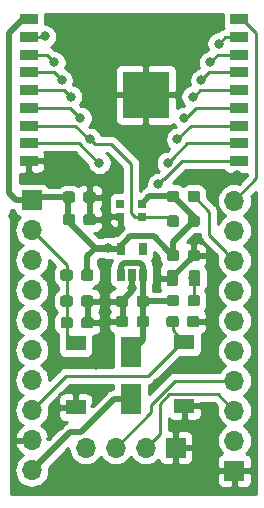
<source format=gbr>
G04 #@! TF.GenerationSoftware,KiCad,Pcbnew,(5.1.4-0)*
G04 #@! TF.CreationDate,2021-09-04T14:31:52+08:00*
G04 #@! TF.ProjectId,esp32-c3-breakout,65737033-322d-4633-932d-627265616b6f,V1.0*
G04 #@! TF.SameCoordinates,Original*
G04 #@! TF.FileFunction,Copper,L1,Top*
G04 #@! TF.FilePolarity,Positive*
%FSLAX46Y46*%
G04 Gerber Fmt 4.6, Leading zero omitted, Abs format (unit mm)*
G04 Created by KiCad (PCBNEW (5.1.4-0)) date 2021-09-04 14:31:52*
%MOMM*%
%LPD*%
G04 APERTURE LIST*
%ADD10C,0.100000*%
%ADD11C,0.950000*%
%ADD12R,1.800000X2.500000*%
%ADD13R,1.700000X1.700000*%
%ADD14O,1.700000X1.700000*%
%ADD15R,1.700000X1.250000*%
%ADD16R,0.650000X1.060000*%
%ADD17R,0.700000X0.700000*%
%ADD18R,1.485000X0.900000*%
%ADD19R,4.000000X4.000000*%
%ADD20C,0.975000*%
%ADD21C,0.800000*%
%ADD22C,0.250000*%
%ADD23C,0.500000*%
%ADD24C,0.254000*%
G04 APERTURE END LIST*
D10*
G36*
X207334779Y-92538144D02*
G01*
X207357834Y-92541563D01*
X207380443Y-92547227D01*
X207402387Y-92555079D01*
X207423457Y-92565044D01*
X207443448Y-92577026D01*
X207462168Y-92590910D01*
X207479438Y-92606562D01*
X207495090Y-92623832D01*
X207508974Y-92642552D01*
X207520956Y-92662543D01*
X207530921Y-92683613D01*
X207538773Y-92705557D01*
X207544437Y-92728166D01*
X207547856Y-92751221D01*
X207549000Y-92774500D01*
X207549000Y-93249500D01*
X207547856Y-93272779D01*
X207544437Y-93295834D01*
X207538773Y-93318443D01*
X207530921Y-93340387D01*
X207520956Y-93361457D01*
X207508974Y-93381448D01*
X207495090Y-93400168D01*
X207479438Y-93417438D01*
X207462168Y-93433090D01*
X207443448Y-93446974D01*
X207423457Y-93458956D01*
X207402387Y-93468921D01*
X207380443Y-93476773D01*
X207357834Y-93482437D01*
X207334779Y-93485856D01*
X207311500Y-93487000D01*
X206736500Y-93487000D01*
X206713221Y-93485856D01*
X206690166Y-93482437D01*
X206667557Y-93476773D01*
X206645613Y-93468921D01*
X206624543Y-93458956D01*
X206604552Y-93446974D01*
X206585832Y-93433090D01*
X206568562Y-93417438D01*
X206552910Y-93400168D01*
X206539026Y-93381448D01*
X206527044Y-93361457D01*
X206517079Y-93340387D01*
X206509227Y-93318443D01*
X206503563Y-93295834D01*
X206500144Y-93272779D01*
X206499000Y-93249500D01*
X206499000Y-92774500D01*
X206500144Y-92751221D01*
X206503563Y-92728166D01*
X206509227Y-92705557D01*
X206517079Y-92683613D01*
X206527044Y-92662543D01*
X206539026Y-92642552D01*
X206552910Y-92623832D01*
X206568562Y-92606562D01*
X206585832Y-92590910D01*
X206604552Y-92577026D01*
X206624543Y-92565044D01*
X206645613Y-92555079D01*
X206667557Y-92547227D01*
X206690166Y-92541563D01*
X206713221Y-92538144D01*
X206736500Y-92537000D01*
X207311500Y-92537000D01*
X207334779Y-92538144D01*
X207334779Y-92538144D01*
G37*
D11*
X207024000Y-93012000D03*
D10*
G36*
X209084779Y-92538144D02*
G01*
X209107834Y-92541563D01*
X209130443Y-92547227D01*
X209152387Y-92555079D01*
X209173457Y-92565044D01*
X209193448Y-92577026D01*
X209212168Y-92590910D01*
X209229438Y-92606562D01*
X209245090Y-92623832D01*
X209258974Y-92642552D01*
X209270956Y-92662543D01*
X209280921Y-92683613D01*
X209288773Y-92705557D01*
X209294437Y-92728166D01*
X209297856Y-92751221D01*
X209299000Y-92774500D01*
X209299000Y-93249500D01*
X209297856Y-93272779D01*
X209294437Y-93295834D01*
X209288773Y-93318443D01*
X209280921Y-93340387D01*
X209270956Y-93361457D01*
X209258974Y-93381448D01*
X209245090Y-93400168D01*
X209229438Y-93417438D01*
X209212168Y-93433090D01*
X209193448Y-93446974D01*
X209173457Y-93458956D01*
X209152387Y-93468921D01*
X209130443Y-93476773D01*
X209107834Y-93482437D01*
X209084779Y-93485856D01*
X209061500Y-93487000D01*
X208486500Y-93487000D01*
X208463221Y-93485856D01*
X208440166Y-93482437D01*
X208417557Y-93476773D01*
X208395613Y-93468921D01*
X208374543Y-93458956D01*
X208354552Y-93446974D01*
X208335832Y-93433090D01*
X208318562Y-93417438D01*
X208302910Y-93400168D01*
X208289026Y-93381448D01*
X208277044Y-93361457D01*
X208267079Y-93340387D01*
X208259227Y-93318443D01*
X208253563Y-93295834D01*
X208250144Y-93272779D01*
X208249000Y-93249500D01*
X208249000Y-92774500D01*
X208250144Y-92751221D01*
X208253563Y-92728166D01*
X208259227Y-92705557D01*
X208267079Y-92683613D01*
X208277044Y-92662543D01*
X208289026Y-92642552D01*
X208302910Y-92623832D01*
X208318562Y-92606562D01*
X208335832Y-92590910D01*
X208354552Y-92577026D01*
X208374543Y-92565044D01*
X208395613Y-92555079D01*
X208417557Y-92547227D01*
X208440166Y-92541563D01*
X208463221Y-92538144D01*
X208486500Y-92537000D01*
X209061500Y-92537000D01*
X209084779Y-92538144D01*
X209084779Y-92538144D01*
G37*
D11*
X208774000Y-93012000D03*
D10*
G36*
X207334779Y-94268144D02*
G01*
X207357834Y-94271563D01*
X207380443Y-94277227D01*
X207402387Y-94285079D01*
X207423457Y-94295044D01*
X207443448Y-94307026D01*
X207462168Y-94320910D01*
X207479438Y-94336562D01*
X207495090Y-94353832D01*
X207508974Y-94372552D01*
X207520956Y-94392543D01*
X207530921Y-94413613D01*
X207538773Y-94435557D01*
X207544437Y-94458166D01*
X207547856Y-94481221D01*
X207549000Y-94504500D01*
X207549000Y-94979500D01*
X207547856Y-95002779D01*
X207544437Y-95025834D01*
X207538773Y-95048443D01*
X207530921Y-95070387D01*
X207520956Y-95091457D01*
X207508974Y-95111448D01*
X207495090Y-95130168D01*
X207479438Y-95147438D01*
X207462168Y-95163090D01*
X207443448Y-95176974D01*
X207423457Y-95188956D01*
X207402387Y-95198921D01*
X207380443Y-95206773D01*
X207357834Y-95212437D01*
X207334779Y-95215856D01*
X207311500Y-95217000D01*
X206736500Y-95217000D01*
X206713221Y-95215856D01*
X206690166Y-95212437D01*
X206667557Y-95206773D01*
X206645613Y-95198921D01*
X206624543Y-95188956D01*
X206604552Y-95176974D01*
X206585832Y-95163090D01*
X206568562Y-95147438D01*
X206552910Y-95130168D01*
X206539026Y-95111448D01*
X206527044Y-95091457D01*
X206517079Y-95070387D01*
X206509227Y-95048443D01*
X206503563Y-95025834D01*
X206500144Y-95002779D01*
X206499000Y-94979500D01*
X206499000Y-94504500D01*
X206500144Y-94481221D01*
X206503563Y-94458166D01*
X206509227Y-94435557D01*
X206517079Y-94413613D01*
X206527044Y-94392543D01*
X206539026Y-94372552D01*
X206552910Y-94353832D01*
X206568562Y-94336562D01*
X206585832Y-94320910D01*
X206604552Y-94307026D01*
X206624543Y-94295044D01*
X206645613Y-94285079D01*
X206667557Y-94277227D01*
X206690166Y-94271563D01*
X206713221Y-94268144D01*
X206736500Y-94267000D01*
X207311500Y-94267000D01*
X207334779Y-94268144D01*
X207334779Y-94268144D01*
G37*
D11*
X207024000Y-94742000D03*
D10*
G36*
X209084779Y-94268144D02*
G01*
X209107834Y-94271563D01*
X209130443Y-94277227D01*
X209152387Y-94285079D01*
X209173457Y-94295044D01*
X209193448Y-94307026D01*
X209212168Y-94320910D01*
X209229438Y-94336562D01*
X209245090Y-94353832D01*
X209258974Y-94372552D01*
X209270956Y-94392543D01*
X209280921Y-94413613D01*
X209288773Y-94435557D01*
X209294437Y-94458166D01*
X209297856Y-94481221D01*
X209299000Y-94504500D01*
X209299000Y-94979500D01*
X209297856Y-95002779D01*
X209294437Y-95025834D01*
X209288773Y-95048443D01*
X209280921Y-95070387D01*
X209270956Y-95091457D01*
X209258974Y-95111448D01*
X209245090Y-95130168D01*
X209229438Y-95147438D01*
X209212168Y-95163090D01*
X209193448Y-95176974D01*
X209173457Y-95188956D01*
X209152387Y-95198921D01*
X209130443Y-95206773D01*
X209107834Y-95212437D01*
X209084779Y-95215856D01*
X209061500Y-95217000D01*
X208486500Y-95217000D01*
X208463221Y-95215856D01*
X208440166Y-95212437D01*
X208417557Y-95206773D01*
X208395613Y-95198921D01*
X208374543Y-95188956D01*
X208354552Y-95176974D01*
X208335832Y-95163090D01*
X208318562Y-95147438D01*
X208302910Y-95130168D01*
X208289026Y-95111448D01*
X208277044Y-95091457D01*
X208267079Y-95070387D01*
X208259227Y-95048443D01*
X208253563Y-95025834D01*
X208250144Y-95002779D01*
X208249000Y-94979500D01*
X208249000Y-94504500D01*
X208250144Y-94481221D01*
X208253563Y-94458166D01*
X208259227Y-94435557D01*
X208267079Y-94413613D01*
X208277044Y-94392543D01*
X208289026Y-94372552D01*
X208302910Y-94353832D01*
X208318562Y-94336562D01*
X208335832Y-94320910D01*
X208354552Y-94307026D01*
X208374543Y-94295044D01*
X208395613Y-94285079D01*
X208417557Y-94277227D01*
X208440166Y-94271563D01*
X208463221Y-94268144D01*
X208486500Y-94267000D01*
X209061500Y-94267000D01*
X209084779Y-94268144D01*
X209084779Y-94268144D01*
G37*
D11*
X208774000Y-94742000D03*
D10*
G36*
X211652779Y-88680144D02*
G01*
X211675834Y-88683563D01*
X211698443Y-88689227D01*
X211720387Y-88697079D01*
X211741457Y-88707044D01*
X211761448Y-88719026D01*
X211780168Y-88732910D01*
X211797438Y-88748562D01*
X211813090Y-88765832D01*
X211826974Y-88784552D01*
X211838956Y-88804543D01*
X211848921Y-88825613D01*
X211856773Y-88847557D01*
X211862437Y-88870166D01*
X211865856Y-88893221D01*
X211867000Y-88916500D01*
X211867000Y-89391500D01*
X211865856Y-89414779D01*
X211862437Y-89437834D01*
X211856773Y-89460443D01*
X211848921Y-89482387D01*
X211838956Y-89503457D01*
X211826974Y-89523448D01*
X211813090Y-89542168D01*
X211797438Y-89559438D01*
X211780168Y-89575090D01*
X211761448Y-89588974D01*
X211741457Y-89600956D01*
X211720387Y-89610921D01*
X211698443Y-89618773D01*
X211675834Y-89624437D01*
X211652779Y-89627856D01*
X211629500Y-89629000D01*
X211054500Y-89629000D01*
X211031221Y-89627856D01*
X211008166Y-89624437D01*
X210985557Y-89618773D01*
X210963613Y-89610921D01*
X210942543Y-89600956D01*
X210922552Y-89588974D01*
X210903832Y-89575090D01*
X210886562Y-89559438D01*
X210870910Y-89542168D01*
X210857026Y-89523448D01*
X210845044Y-89503457D01*
X210835079Y-89482387D01*
X210827227Y-89460443D01*
X210821563Y-89437834D01*
X210818144Y-89414779D01*
X210817000Y-89391500D01*
X210817000Y-88916500D01*
X210818144Y-88893221D01*
X210821563Y-88870166D01*
X210827227Y-88847557D01*
X210835079Y-88825613D01*
X210845044Y-88804543D01*
X210857026Y-88784552D01*
X210870910Y-88765832D01*
X210886562Y-88748562D01*
X210903832Y-88732910D01*
X210922552Y-88719026D01*
X210942543Y-88707044D01*
X210963613Y-88697079D01*
X210985557Y-88689227D01*
X211008166Y-88683563D01*
X211031221Y-88680144D01*
X211054500Y-88679000D01*
X211629500Y-88679000D01*
X211652779Y-88680144D01*
X211652779Y-88680144D01*
G37*
D11*
X211342000Y-89154000D03*
D10*
G36*
X213402779Y-88680144D02*
G01*
X213425834Y-88683563D01*
X213448443Y-88689227D01*
X213470387Y-88697079D01*
X213491457Y-88707044D01*
X213511448Y-88719026D01*
X213530168Y-88732910D01*
X213547438Y-88748562D01*
X213563090Y-88765832D01*
X213576974Y-88784552D01*
X213588956Y-88804543D01*
X213598921Y-88825613D01*
X213606773Y-88847557D01*
X213612437Y-88870166D01*
X213615856Y-88893221D01*
X213617000Y-88916500D01*
X213617000Y-89391500D01*
X213615856Y-89414779D01*
X213612437Y-89437834D01*
X213606773Y-89460443D01*
X213598921Y-89482387D01*
X213588956Y-89503457D01*
X213576974Y-89523448D01*
X213563090Y-89542168D01*
X213547438Y-89559438D01*
X213530168Y-89575090D01*
X213511448Y-89588974D01*
X213491457Y-89600956D01*
X213470387Y-89610921D01*
X213448443Y-89618773D01*
X213425834Y-89624437D01*
X213402779Y-89627856D01*
X213379500Y-89629000D01*
X212804500Y-89629000D01*
X212781221Y-89627856D01*
X212758166Y-89624437D01*
X212735557Y-89618773D01*
X212713613Y-89610921D01*
X212692543Y-89600956D01*
X212672552Y-89588974D01*
X212653832Y-89575090D01*
X212636562Y-89559438D01*
X212620910Y-89542168D01*
X212607026Y-89523448D01*
X212595044Y-89503457D01*
X212585079Y-89482387D01*
X212577227Y-89460443D01*
X212571563Y-89437834D01*
X212568144Y-89414779D01*
X212567000Y-89391500D01*
X212567000Y-88916500D01*
X212568144Y-88893221D01*
X212571563Y-88870166D01*
X212577227Y-88847557D01*
X212585079Y-88825613D01*
X212595044Y-88804543D01*
X212607026Y-88784552D01*
X212620910Y-88765832D01*
X212636562Y-88748562D01*
X212653832Y-88732910D01*
X212672552Y-88719026D01*
X212692543Y-88707044D01*
X212713613Y-88697079D01*
X212735557Y-88689227D01*
X212758166Y-88683563D01*
X212781221Y-88680144D01*
X212804500Y-88679000D01*
X213379500Y-88679000D01*
X213402779Y-88680144D01*
X213402779Y-88680144D01*
G37*
D11*
X213092000Y-89154000D03*
D10*
G36*
X202835779Y-85626144D02*
G01*
X202858834Y-85629563D01*
X202881443Y-85635227D01*
X202903387Y-85643079D01*
X202924457Y-85653044D01*
X202944448Y-85665026D01*
X202963168Y-85678910D01*
X202980438Y-85694562D01*
X202996090Y-85711832D01*
X203009974Y-85730552D01*
X203021956Y-85750543D01*
X203031921Y-85771613D01*
X203039773Y-85793557D01*
X203045437Y-85816166D01*
X203048856Y-85839221D01*
X203050000Y-85862500D01*
X203050000Y-86337500D01*
X203048856Y-86360779D01*
X203045437Y-86383834D01*
X203039773Y-86406443D01*
X203031921Y-86428387D01*
X203021956Y-86449457D01*
X203009974Y-86469448D01*
X202996090Y-86488168D01*
X202980438Y-86505438D01*
X202963168Y-86521090D01*
X202944448Y-86534974D01*
X202924457Y-86546956D01*
X202903387Y-86556921D01*
X202881443Y-86564773D01*
X202858834Y-86570437D01*
X202835779Y-86573856D01*
X202812500Y-86575000D01*
X202237500Y-86575000D01*
X202214221Y-86573856D01*
X202191166Y-86570437D01*
X202168557Y-86564773D01*
X202146613Y-86556921D01*
X202125543Y-86546956D01*
X202105552Y-86534974D01*
X202086832Y-86521090D01*
X202069562Y-86505438D01*
X202053910Y-86488168D01*
X202040026Y-86469448D01*
X202028044Y-86449457D01*
X202018079Y-86428387D01*
X202010227Y-86406443D01*
X202004563Y-86383834D01*
X202001144Y-86360779D01*
X202000000Y-86337500D01*
X202000000Y-85862500D01*
X202001144Y-85839221D01*
X202004563Y-85816166D01*
X202010227Y-85793557D01*
X202018079Y-85771613D01*
X202028044Y-85750543D01*
X202040026Y-85730552D01*
X202053910Y-85711832D01*
X202069562Y-85694562D01*
X202086832Y-85678910D01*
X202105552Y-85665026D01*
X202125543Y-85653044D01*
X202146613Y-85643079D01*
X202168557Y-85635227D01*
X202191166Y-85629563D01*
X202214221Y-85626144D01*
X202237500Y-85625000D01*
X202812500Y-85625000D01*
X202835779Y-85626144D01*
X202835779Y-85626144D01*
G37*
D11*
X202525000Y-86100000D03*
D10*
G36*
X204585779Y-85626144D02*
G01*
X204608834Y-85629563D01*
X204631443Y-85635227D01*
X204653387Y-85643079D01*
X204674457Y-85653044D01*
X204694448Y-85665026D01*
X204713168Y-85678910D01*
X204730438Y-85694562D01*
X204746090Y-85711832D01*
X204759974Y-85730552D01*
X204771956Y-85750543D01*
X204781921Y-85771613D01*
X204789773Y-85793557D01*
X204795437Y-85816166D01*
X204798856Y-85839221D01*
X204800000Y-85862500D01*
X204800000Y-86337500D01*
X204798856Y-86360779D01*
X204795437Y-86383834D01*
X204789773Y-86406443D01*
X204781921Y-86428387D01*
X204771956Y-86449457D01*
X204759974Y-86469448D01*
X204746090Y-86488168D01*
X204730438Y-86505438D01*
X204713168Y-86521090D01*
X204694448Y-86534974D01*
X204674457Y-86546956D01*
X204653387Y-86556921D01*
X204631443Y-86564773D01*
X204608834Y-86570437D01*
X204585779Y-86573856D01*
X204562500Y-86575000D01*
X203987500Y-86575000D01*
X203964221Y-86573856D01*
X203941166Y-86570437D01*
X203918557Y-86564773D01*
X203896613Y-86556921D01*
X203875543Y-86546956D01*
X203855552Y-86534974D01*
X203836832Y-86521090D01*
X203819562Y-86505438D01*
X203803910Y-86488168D01*
X203790026Y-86469448D01*
X203778044Y-86449457D01*
X203768079Y-86428387D01*
X203760227Y-86406443D01*
X203754563Y-86383834D01*
X203751144Y-86360779D01*
X203750000Y-86337500D01*
X203750000Y-85862500D01*
X203751144Y-85839221D01*
X203754563Y-85816166D01*
X203760227Y-85793557D01*
X203768079Y-85771613D01*
X203778044Y-85750543D01*
X203790026Y-85730552D01*
X203803910Y-85711832D01*
X203819562Y-85694562D01*
X203836832Y-85678910D01*
X203855552Y-85665026D01*
X203875543Y-85653044D01*
X203896613Y-85643079D01*
X203918557Y-85635227D01*
X203941166Y-85629563D01*
X203964221Y-85626144D01*
X203987500Y-85625000D01*
X204562500Y-85625000D01*
X204585779Y-85626144D01*
X204585779Y-85626144D01*
G37*
D11*
X204275000Y-86100000D03*
D10*
G36*
X204585779Y-83726144D02*
G01*
X204608834Y-83729563D01*
X204631443Y-83735227D01*
X204653387Y-83743079D01*
X204674457Y-83753044D01*
X204694448Y-83765026D01*
X204713168Y-83778910D01*
X204730438Y-83794562D01*
X204746090Y-83811832D01*
X204759974Y-83830552D01*
X204771956Y-83850543D01*
X204781921Y-83871613D01*
X204789773Y-83893557D01*
X204795437Y-83916166D01*
X204798856Y-83939221D01*
X204800000Y-83962500D01*
X204800000Y-84437500D01*
X204798856Y-84460779D01*
X204795437Y-84483834D01*
X204789773Y-84506443D01*
X204781921Y-84528387D01*
X204771956Y-84549457D01*
X204759974Y-84569448D01*
X204746090Y-84588168D01*
X204730438Y-84605438D01*
X204713168Y-84621090D01*
X204694448Y-84634974D01*
X204674457Y-84646956D01*
X204653387Y-84656921D01*
X204631443Y-84664773D01*
X204608834Y-84670437D01*
X204585779Y-84673856D01*
X204562500Y-84675000D01*
X203987500Y-84675000D01*
X203964221Y-84673856D01*
X203941166Y-84670437D01*
X203918557Y-84664773D01*
X203896613Y-84656921D01*
X203875543Y-84646956D01*
X203855552Y-84634974D01*
X203836832Y-84621090D01*
X203819562Y-84605438D01*
X203803910Y-84588168D01*
X203790026Y-84569448D01*
X203778044Y-84549457D01*
X203768079Y-84528387D01*
X203760227Y-84506443D01*
X203754563Y-84483834D01*
X203751144Y-84460779D01*
X203750000Y-84437500D01*
X203750000Y-83962500D01*
X203751144Y-83939221D01*
X203754563Y-83916166D01*
X203760227Y-83893557D01*
X203768079Y-83871613D01*
X203778044Y-83850543D01*
X203790026Y-83830552D01*
X203803910Y-83811832D01*
X203819562Y-83794562D01*
X203836832Y-83778910D01*
X203855552Y-83765026D01*
X203875543Y-83753044D01*
X203896613Y-83743079D01*
X203918557Y-83735227D01*
X203941166Y-83729563D01*
X203964221Y-83726144D01*
X203987500Y-83725000D01*
X204562500Y-83725000D01*
X204585779Y-83726144D01*
X204585779Y-83726144D01*
G37*
D11*
X204275000Y-84200000D03*
D10*
G36*
X202835779Y-83726144D02*
G01*
X202858834Y-83729563D01*
X202881443Y-83735227D01*
X202903387Y-83743079D01*
X202924457Y-83753044D01*
X202944448Y-83765026D01*
X202963168Y-83778910D01*
X202980438Y-83794562D01*
X202996090Y-83811832D01*
X203009974Y-83830552D01*
X203021956Y-83850543D01*
X203031921Y-83871613D01*
X203039773Y-83893557D01*
X203045437Y-83916166D01*
X203048856Y-83939221D01*
X203050000Y-83962500D01*
X203050000Y-84437500D01*
X203048856Y-84460779D01*
X203045437Y-84483834D01*
X203039773Y-84506443D01*
X203031921Y-84528387D01*
X203021956Y-84549457D01*
X203009974Y-84569448D01*
X202996090Y-84588168D01*
X202980438Y-84605438D01*
X202963168Y-84621090D01*
X202944448Y-84634974D01*
X202924457Y-84646956D01*
X202903387Y-84656921D01*
X202881443Y-84664773D01*
X202858834Y-84670437D01*
X202835779Y-84673856D01*
X202812500Y-84675000D01*
X202237500Y-84675000D01*
X202214221Y-84673856D01*
X202191166Y-84670437D01*
X202168557Y-84664773D01*
X202146613Y-84656921D01*
X202125543Y-84646956D01*
X202105552Y-84634974D01*
X202086832Y-84621090D01*
X202069562Y-84605438D01*
X202053910Y-84588168D01*
X202040026Y-84569448D01*
X202028044Y-84549457D01*
X202018079Y-84528387D01*
X202010227Y-84506443D01*
X202004563Y-84483834D01*
X202001144Y-84460779D01*
X202000000Y-84437500D01*
X202000000Y-83962500D01*
X202001144Y-83939221D01*
X202004563Y-83916166D01*
X202010227Y-83893557D01*
X202018079Y-83871613D01*
X202028044Y-83850543D01*
X202040026Y-83830552D01*
X202053910Y-83811832D01*
X202069562Y-83794562D01*
X202086832Y-83778910D01*
X202105552Y-83765026D01*
X202125543Y-83753044D01*
X202146613Y-83743079D01*
X202168557Y-83735227D01*
X202191166Y-83729563D01*
X202214221Y-83726144D01*
X202237500Y-83725000D01*
X202812500Y-83725000D01*
X202835779Y-83726144D01*
X202835779Y-83726144D01*
G37*
D11*
X202525000Y-84200000D03*
D10*
G36*
X204402779Y-94368144D02*
G01*
X204425834Y-94371563D01*
X204448443Y-94377227D01*
X204470387Y-94385079D01*
X204491457Y-94395044D01*
X204511448Y-94407026D01*
X204530168Y-94420910D01*
X204547438Y-94436562D01*
X204563090Y-94453832D01*
X204576974Y-94472552D01*
X204588956Y-94492543D01*
X204598921Y-94513613D01*
X204606773Y-94535557D01*
X204612437Y-94558166D01*
X204615856Y-94581221D01*
X204617000Y-94604500D01*
X204617000Y-95079500D01*
X204615856Y-95102779D01*
X204612437Y-95125834D01*
X204606773Y-95148443D01*
X204598921Y-95170387D01*
X204588956Y-95191457D01*
X204576974Y-95211448D01*
X204563090Y-95230168D01*
X204547438Y-95247438D01*
X204530168Y-95263090D01*
X204511448Y-95276974D01*
X204491457Y-95288956D01*
X204470387Y-95298921D01*
X204448443Y-95306773D01*
X204425834Y-95312437D01*
X204402779Y-95315856D01*
X204379500Y-95317000D01*
X203804500Y-95317000D01*
X203781221Y-95315856D01*
X203758166Y-95312437D01*
X203735557Y-95306773D01*
X203713613Y-95298921D01*
X203692543Y-95288956D01*
X203672552Y-95276974D01*
X203653832Y-95263090D01*
X203636562Y-95247438D01*
X203620910Y-95230168D01*
X203607026Y-95211448D01*
X203595044Y-95191457D01*
X203585079Y-95170387D01*
X203577227Y-95148443D01*
X203571563Y-95125834D01*
X203568144Y-95102779D01*
X203567000Y-95079500D01*
X203567000Y-94604500D01*
X203568144Y-94581221D01*
X203571563Y-94558166D01*
X203577227Y-94535557D01*
X203585079Y-94513613D01*
X203595044Y-94492543D01*
X203607026Y-94472552D01*
X203620910Y-94453832D01*
X203636562Y-94436562D01*
X203653832Y-94420910D01*
X203672552Y-94407026D01*
X203692543Y-94395044D01*
X203713613Y-94385079D01*
X203735557Y-94377227D01*
X203758166Y-94371563D01*
X203781221Y-94368144D01*
X203804500Y-94367000D01*
X204379500Y-94367000D01*
X204402779Y-94368144D01*
X204402779Y-94368144D01*
G37*
D11*
X204092000Y-94842000D03*
D10*
G36*
X202652779Y-94368144D02*
G01*
X202675834Y-94371563D01*
X202698443Y-94377227D01*
X202720387Y-94385079D01*
X202741457Y-94395044D01*
X202761448Y-94407026D01*
X202780168Y-94420910D01*
X202797438Y-94436562D01*
X202813090Y-94453832D01*
X202826974Y-94472552D01*
X202838956Y-94492543D01*
X202848921Y-94513613D01*
X202856773Y-94535557D01*
X202862437Y-94558166D01*
X202865856Y-94581221D01*
X202867000Y-94604500D01*
X202867000Y-95079500D01*
X202865856Y-95102779D01*
X202862437Y-95125834D01*
X202856773Y-95148443D01*
X202848921Y-95170387D01*
X202838956Y-95191457D01*
X202826974Y-95211448D01*
X202813090Y-95230168D01*
X202797438Y-95247438D01*
X202780168Y-95263090D01*
X202761448Y-95276974D01*
X202741457Y-95288956D01*
X202720387Y-95298921D01*
X202698443Y-95306773D01*
X202675834Y-95312437D01*
X202652779Y-95315856D01*
X202629500Y-95317000D01*
X202054500Y-95317000D01*
X202031221Y-95315856D01*
X202008166Y-95312437D01*
X201985557Y-95306773D01*
X201963613Y-95298921D01*
X201942543Y-95288956D01*
X201922552Y-95276974D01*
X201903832Y-95263090D01*
X201886562Y-95247438D01*
X201870910Y-95230168D01*
X201857026Y-95211448D01*
X201845044Y-95191457D01*
X201835079Y-95170387D01*
X201827227Y-95148443D01*
X201821563Y-95125834D01*
X201818144Y-95102779D01*
X201817000Y-95079500D01*
X201817000Y-94604500D01*
X201818144Y-94581221D01*
X201821563Y-94558166D01*
X201827227Y-94535557D01*
X201835079Y-94513613D01*
X201845044Y-94492543D01*
X201857026Y-94472552D01*
X201870910Y-94453832D01*
X201886562Y-94436562D01*
X201903832Y-94420910D01*
X201922552Y-94407026D01*
X201942543Y-94395044D01*
X201963613Y-94385079D01*
X201985557Y-94377227D01*
X202008166Y-94371563D01*
X202031221Y-94368144D01*
X202054500Y-94367000D01*
X202629500Y-94367000D01*
X202652779Y-94368144D01*
X202652779Y-94368144D01*
G37*
D11*
X202342000Y-94842000D03*
D10*
G36*
X202635779Y-92526144D02*
G01*
X202658834Y-92529563D01*
X202681443Y-92535227D01*
X202703387Y-92543079D01*
X202724457Y-92553044D01*
X202744448Y-92565026D01*
X202763168Y-92578910D01*
X202780438Y-92594562D01*
X202796090Y-92611832D01*
X202809974Y-92630552D01*
X202821956Y-92650543D01*
X202831921Y-92671613D01*
X202839773Y-92693557D01*
X202845437Y-92716166D01*
X202848856Y-92739221D01*
X202850000Y-92762500D01*
X202850000Y-93237500D01*
X202848856Y-93260779D01*
X202845437Y-93283834D01*
X202839773Y-93306443D01*
X202831921Y-93328387D01*
X202821956Y-93349457D01*
X202809974Y-93369448D01*
X202796090Y-93388168D01*
X202780438Y-93405438D01*
X202763168Y-93421090D01*
X202744448Y-93434974D01*
X202724457Y-93446956D01*
X202703387Y-93456921D01*
X202681443Y-93464773D01*
X202658834Y-93470437D01*
X202635779Y-93473856D01*
X202612500Y-93475000D01*
X202037500Y-93475000D01*
X202014221Y-93473856D01*
X201991166Y-93470437D01*
X201968557Y-93464773D01*
X201946613Y-93456921D01*
X201925543Y-93446956D01*
X201905552Y-93434974D01*
X201886832Y-93421090D01*
X201869562Y-93405438D01*
X201853910Y-93388168D01*
X201840026Y-93369448D01*
X201828044Y-93349457D01*
X201818079Y-93328387D01*
X201810227Y-93306443D01*
X201804563Y-93283834D01*
X201801144Y-93260779D01*
X201800000Y-93237500D01*
X201800000Y-92762500D01*
X201801144Y-92739221D01*
X201804563Y-92716166D01*
X201810227Y-92693557D01*
X201818079Y-92671613D01*
X201828044Y-92650543D01*
X201840026Y-92630552D01*
X201853910Y-92611832D01*
X201869562Y-92594562D01*
X201886832Y-92578910D01*
X201905552Y-92565026D01*
X201925543Y-92553044D01*
X201946613Y-92543079D01*
X201968557Y-92535227D01*
X201991166Y-92529563D01*
X202014221Y-92526144D01*
X202037500Y-92525000D01*
X202612500Y-92525000D01*
X202635779Y-92526144D01*
X202635779Y-92526144D01*
G37*
D11*
X202325000Y-93000000D03*
D10*
G36*
X204385779Y-92526144D02*
G01*
X204408834Y-92529563D01*
X204431443Y-92535227D01*
X204453387Y-92543079D01*
X204474457Y-92553044D01*
X204494448Y-92565026D01*
X204513168Y-92578910D01*
X204530438Y-92594562D01*
X204546090Y-92611832D01*
X204559974Y-92630552D01*
X204571956Y-92650543D01*
X204581921Y-92671613D01*
X204589773Y-92693557D01*
X204595437Y-92716166D01*
X204598856Y-92739221D01*
X204600000Y-92762500D01*
X204600000Y-93237500D01*
X204598856Y-93260779D01*
X204595437Y-93283834D01*
X204589773Y-93306443D01*
X204581921Y-93328387D01*
X204571956Y-93349457D01*
X204559974Y-93369448D01*
X204546090Y-93388168D01*
X204530438Y-93405438D01*
X204513168Y-93421090D01*
X204494448Y-93434974D01*
X204474457Y-93446956D01*
X204453387Y-93456921D01*
X204431443Y-93464773D01*
X204408834Y-93470437D01*
X204385779Y-93473856D01*
X204362500Y-93475000D01*
X203787500Y-93475000D01*
X203764221Y-93473856D01*
X203741166Y-93470437D01*
X203718557Y-93464773D01*
X203696613Y-93456921D01*
X203675543Y-93446956D01*
X203655552Y-93434974D01*
X203636832Y-93421090D01*
X203619562Y-93405438D01*
X203603910Y-93388168D01*
X203590026Y-93369448D01*
X203578044Y-93349457D01*
X203568079Y-93328387D01*
X203560227Y-93306443D01*
X203554563Y-93283834D01*
X203551144Y-93260779D01*
X203550000Y-93237500D01*
X203550000Y-92762500D01*
X203551144Y-92739221D01*
X203554563Y-92716166D01*
X203560227Y-92693557D01*
X203568079Y-92671613D01*
X203578044Y-92650543D01*
X203590026Y-92630552D01*
X203603910Y-92611832D01*
X203619562Y-92594562D01*
X203636832Y-92578910D01*
X203655552Y-92565026D01*
X203675543Y-92553044D01*
X203696613Y-92543079D01*
X203718557Y-92535227D01*
X203741166Y-92529563D01*
X203764221Y-92526144D01*
X203787500Y-92525000D01*
X204362500Y-92525000D01*
X204385779Y-92526144D01*
X204385779Y-92526144D01*
G37*
D11*
X204075000Y-93000000D03*
D10*
G36*
X211612779Y-94268144D02*
G01*
X211635834Y-94271563D01*
X211658443Y-94277227D01*
X211680387Y-94285079D01*
X211701457Y-94295044D01*
X211721448Y-94307026D01*
X211740168Y-94320910D01*
X211757438Y-94336562D01*
X211773090Y-94353832D01*
X211786974Y-94372552D01*
X211798956Y-94392543D01*
X211808921Y-94413613D01*
X211816773Y-94435557D01*
X211822437Y-94458166D01*
X211825856Y-94481221D01*
X211827000Y-94504500D01*
X211827000Y-94979500D01*
X211825856Y-95002779D01*
X211822437Y-95025834D01*
X211816773Y-95048443D01*
X211808921Y-95070387D01*
X211798956Y-95091457D01*
X211786974Y-95111448D01*
X211773090Y-95130168D01*
X211757438Y-95147438D01*
X211740168Y-95163090D01*
X211721448Y-95176974D01*
X211701457Y-95188956D01*
X211680387Y-95198921D01*
X211658443Y-95206773D01*
X211635834Y-95212437D01*
X211612779Y-95215856D01*
X211589500Y-95217000D01*
X211014500Y-95217000D01*
X210991221Y-95215856D01*
X210968166Y-95212437D01*
X210945557Y-95206773D01*
X210923613Y-95198921D01*
X210902543Y-95188956D01*
X210882552Y-95176974D01*
X210863832Y-95163090D01*
X210846562Y-95147438D01*
X210830910Y-95130168D01*
X210817026Y-95111448D01*
X210805044Y-95091457D01*
X210795079Y-95070387D01*
X210787227Y-95048443D01*
X210781563Y-95025834D01*
X210778144Y-95002779D01*
X210777000Y-94979500D01*
X210777000Y-94504500D01*
X210778144Y-94481221D01*
X210781563Y-94458166D01*
X210787227Y-94435557D01*
X210795079Y-94413613D01*
X210805044Y-94392543D01*
X210817026Y-94372552D01*
X210830910Y-94353832D01*
X210846562Y-94336562D01*
X210863832Y-94320910D01*
X210882552Y-94307026D01*
X210902543Y-94295044D01*
X210923613Y-94285079D01*
X210945557Y-94277227D01*
X210968166Y-94271563D01*
X210991221Y-94268144D01*
X211014500Y-94267000D01*
X211589500Y-94267000D01*
X211612779Y-94268144D01*
X211612779Y-94268144D01*
G37*
D11*
X211302000Y-94742000D03*
D10*
G36*
X213362779Y-94268144D02*
G01*
X213385834Y-94271563D01*
X213408443Y-94277227D01*
X213430387Y-94285079D01*
X213451457Y-94295044D01*
X213471448Y-94307026D01*
X213490168Y-94320910D01*
X213507438Y-94336562D01*
X213523090Y-94353832D01*
X213536974Y-94372552D01*
X213548956Y-94392543D01*
X213558921Y-94413613D01*
X213566773Y-94435557D01*
X213572437Y-94458166D01*
X213575856Y-94481221D01*
X213577000Y-94504500D01*
X213577000Y-94979500D01*
X213575856Y-95002779D01*
X213572437Y-95025834D01*
X213566773Y-95048443D01*
X213558921Y-95070387D01*
X213548956Y-95091457D01*
X213536974Y-95111448D01*
X213523090Y-95130168D01*
X213507438Y-95147438D01*
X213490168Y-95163090D01*
X213471448Y-95176974D01*
X213451457Y-95188956D01*
X213430387Y-95198921D01*
X213408443Y-95206773D01*
X213385834Y-95212437D01*
X213362779Y-95215856D01*
X213339500Y-95217000D01*
X212764500Y-95217000D01*
X212741221Y-95215856D01*
X212718166Y-95212437D01*
X212695557Y-95206773D01*
X212673613Y-95198921D01*
X212652543Y-95188956D01*
X212632552Y-95176974D01*
X212613832Y-95163090D01*
X212596562Y-95147438D01*
X212580910Y-95130168D01*
X212567026Y-95111448D01*
X212555044Y-95091457D01*
X212545079Y-95070387D01*
X212537227Y-95048443D01*
X212531563Y-95025834D01*
X212528144Y-95002779D01*
X212527000Y-94979500D01*
X212527000Y-94504500D01*
X212528144Y-94481221D01*
X212531563Y-94458166D01*
X212537227Y-94435557D01*
X212545079Y-94413613D01*
X212555044Y-94392543D01*
X212567026Y-94372552D01*
X212580910Y-94353832D01*
X212596562Y-94336562D01*
X212613832Y-94320910D01*
X212632552Y-94307026D01*
X212652543Y-94295044D01*
X212673613Y-94285079D01*
X212695557Y-94277227D01*
X212718166Y-94271563D01*
X212741221Y-94268144D01*
X212764500Y-94267000D01*
X213339500Y-94267000D01*
X213362779Y-94268144D01*
X213362779Y-94268144D01*
G37*
D11*
X213052000Y-94742000D03*
D12*
X207772000Y-97314000D03*
X207772000Y-101314000D03*
D13*
X199390000Y-84455000D03*
D14*
X199390000Y-86995000D03*
X199390000Y-89535000D03*
X199390000Y-92075000D03*
X199390000Y-94615000D03*
X199390000Y-97155000D03*
X199390000Y-99695000D03*
X199390000Y-102235000D03*
X199390000Y-104775000D03*
X199390000Y-107315000D03*
X216535000Y-84492000D03*
X216535000Y-87032000D03*
X216535000Y-89572000D03*
X216535000Y-92112000D03*
X216535000Y-94652000D03*
X216535000Y-97192000D03*
X216535000Y-99732000D03*
X216535000Y-102272000D03*
X216535000Y-104812000D03*
D13*
X216535000Y-107352000D03*
X211582000Y-105410000D03*
D14*
X209042000Y-105410000D03*
X206502000Y-105410000D03*
X203962000Y-105410000D03*
D10*
G36*
X211652779Y-92490144D02*
G01*
X211675834Y-92493563D01*
X211698443Y-92499227D01*
X211720387Y-92507079D01*
X211741457Y-92517044D01*
X211761448Y-92529026D01*
X211780168Y-92542910D01*
X211797438Y-92558562D01*
X211813090Y-92575832D01*
X211826974Y-92594552D01*
X211838956Y-92614543D01*
X211848921Y-92635613D01*
X211856773Y-92657557D01*
X211862437Y-92680166D01*
X211865856Y-92703221D01*
X211867000Y-92726500D01*
X211867000Y-93201500D01*
X211865856Y-93224779D01*
X211862437Y-93247834D01*
X211856773Y-93270443D01*
X211848921Y-93292387D01*
X211838956Y-93313457D01*
X211826974Y-93333448D01*
X211813090Y-93352168D01*
X211797438Y-93369438D01*
X211780168Y-93385090D01*
X211761448Y-93398974D01*
X211741457Y-93410956D01*
X211720387Y-93420921D01*
X211698443Y-93428773D01*
X211675834Y-93434437D01*
X211652779Y-93437856D01*
X211629500Y-93439000D01*
X211054500Y-93439000D01*
X211031221Y-93437856D01*
X211008166Y-93434437D01*
X210985557Y-93428773D01*
X210963613Y-93420921D01*
X210942543Y-93410956D01*
X210922552Y-93398974D01*
X210903832Y-93385090D01*
X210886562Y-93369438D01*
X210870910Y-93352168D01*
X210857026Y-93333448D01*
X210845044Y-93313457D01*
X210835079Y-93292387D01*
X210827227Y-93270443D01*
X210821563Y-93247834D01*
X210818144Y-93224779D01*
X210817000Y-93201500D01*
X210817000Y-92726500D01*
X210818144Y-92703221D01*
X210821563Y-92680166D01*
X210827227Y-92657557D01*
X210835079Y-92635613D01*
X210845044Y-92614543D01*
X210857026Y-92594552D01*
X210870910Y-92575832D01*
X210886562Y-92558562D01*
X210903832Y-92542910D01*
X210922552Y-92529026D01*
X210942543Y-92517044D01*
X210963613Y-92507079D01*
X210985557Y-92499227D01*
X211008166Y-92493563D01*
X211031221Y-92490144D01*
X211054500Y-92489000D01*
X211629500Y-92489000D01*
X211652779Y-92490144D01*
X211652779Y-92490144D01*
G37*
D11*
X211342000Y-92964000D03*
D10*
G36*
X213402779Y-92490144D02*
G01*
X213425834Y-92493563D01*
X213448443Y-92499227D01*
X213470387Y-92507079D01*
X213491457Y-92517044D01*
X213511448Y-92529026D01*
X213530168Y-92542910D01*
X213547438Y-92558562D01*
X213563090Y-92575832D01*
X213576974Y-92594552D01*
X213588956Y-92614543D01*
X213598921Y-92635613D01*
X213606773Y-92657557D01*
X213612437Y-92680166D01*
X213615856Y-92703221D01*
X213617000Y-92726500D01*
X213617000Y-93201500D01*
X213615856Y-93224779D01*
X213612437Y-93247834D01*
X213606773Y-93270443D01*
X213598921Y-93292387D01*
X213588956Y-93313457D01*
X213576974Y-93333448D01*
X213563090Y-93352168D01*
X213547438Y-93369438D01*
X213530168Y-93385090D01*
X213511448Y-93398974D01*
X213491457Y-93410956D01*
X213470387Y-93420921D01*
X213448443Y-93428773D01*
X213425834Y-93434437D01*
X213402779Y-93437856D01*
X213379500Y-93439000D01*
X212804500Y-93439000D01*
X212781221Y-93437856D01*
X212758166Y-93434437D01*
X212735557Y-93428773D01*
X212713613Y-93420921D01*
X212692543Y-93410956D01*
X212672552Y-93398974D01*
X212653832Y-93385090D01*
X212636562Y-93369438D01*
X212620910Y-93352168D01*
X212607026Y-93333448D01*
X212595044Y-93313457D01*
X212585079Y-93292387D01*
X212577227Y-93270443D01*
X212571563Y-93247834D01*
X212568144Y-93224779D01*
X212567000Y-93201500D01*
X212567000Y-92726500D01*
X212568144Y-92703221D01*
X212571563Y-92680166D01*
X212577227Y-92657557D01*
X212585079Y-92635613D01*
X212595044Y-92614543D01*
X212607026Y-92594552D01*
X212620910Y-92575832D01*
X212636562Y-92558562D01*
X212653832Y-92542910D01*
X212672552Y-92529026D01*
X212692543Y-92517044D01*
X212713613Y-92507079D01*
X212735557Y-92499227D01*
X212758166Y-92493563D01*
X212781221Y-92490144D01*
X212804500Y-92489000D01*
X213379500Y-92489000D01*
X213402779Y-92490144D01*
X213402779Y-92490144D01*
G37*
D11*
X213092000Y-92964000D03*
D10*
G36*
X213402779Y-85759144D02*
G01*
X213425834Y-85762563D01*
X213448443Y-85768227D01*
X213470387Y-85776079D01*
X213491457Y-85786044D01*
X213511448Y-85798026D01*
X213530168Y-85811910D01*
X213547438Y-85827562D01*
X213563090Y-85844832D01*
X213576974Y-85863552D01*
X213588956Y-85883543D01*
X213598921Y-85904613D01*
X213606773Y-85926557D01*
X213612437Y-85949166D01*
X213615856Y-85972221D01*
X213617000Y-85995500D01*
X213617000Y-86470500D01*
X213615856Y-86493779D01*
X213612437Y-86516834D01*
X213606773Y-86539443D01*
X213598921Y-86561387D01*
X213588956Y-86582457D01*
X213576974Y-86602448D01*
X213563090Y-86621168D01*
X213547438Y-86638438D01*
X213530168Y-86654090D01*
X213511448Y-86667974D01*
X213491457Y-86679956D01*
X213470387Y-86689921D01*
X213448443Y-86697773D01*
X213425834Y-86703437D01*
X213402779Y-86706856D01*
X213379500Y-86708000D01*
X212804500Y-86708000D01*
X212781221Y-86706856D01*
X212758166Y-86703437D01*
X212735557Y-86697773D01*
X212713613Y-86689921D01*
X212692543Y-86679956D01*
X212672552Y-86667974D01*
X212653832Y-86654090D01*
X212636562Y-86638438D01*
X212620910Y-86621168D01*
X212607026Y-86602448D01*
X212595044Y-86582457D01*
X212585079Y-86561387D01*
X212577227Y-86539443D01*
X212571563Y-86516834D01*
X212568144Y-86493779D01*
X212567000Y-86470500D01*
X212567000Y-85995500D01*
X212568144Y-85972221D01*
X212571563Y-85949166D01*
X212577227Y-85926557D01*
X212585079Y-85904613D01*
X212595044Y-85883543D01*
X212607026Y-85863552D01*
X212620910Y-85844832D01*
X212636562Y-85827562D01*
X212653832Y-85811910D01*
X212672552Y-85798026D01*
X212692543Y-85786044D01*
X212713613Y-85776079D01*
X212735557Y-85768227D01*
X212758166Y-85762563D01*
X212781221Y-85759144D01*
X212804500Y-85758000D01*
X213379500Y-85758000D01*
X213402779Y-85759144D01*
X213402779Y-85759144D01*
G37*
D11*
X213092000Y-86233000D03*
D10*
G36*
X211652779Y-85759144D02*
G01*
X211675834Y-85762563D01*
X211698443Y-85768227D01*
X211720387Y-85776079D01*
X211741457Y-85786044D01*
X211761448Y-85798026D01*
X211780168Y-85811910D01*
X211797438Y-85827562D01*
X211813090Y-85844832D01*
X211826974Y-85863552D01*
X211838956Y-85883543D01*
X211848921Y-85904613D01*
X211856773Y-85926557D01*
X211862437Y-85949166D01*
X211865856Y-85972221D01*
X211867000Y-85995500D01*
X211867000Y-86470500D01*
X211865856Y-86493779D01*
X211862437Y-86516834D01*
X211856773Y-86539443D01*
X211848921Y-86561387D01*
X211838956Y-86582457D01*
X211826974Y-86602448D01*
X211813090Y-86621168D01*
X211797438Y-86638438D01*
X211780168Y-86654090D01*
X211761448Y-86667974D01*
X211741457Y-86679956D01*
X211720387Y-86689921D01*
X211698443Y-86697773D01*
X211675834Y-86703437D01*
X211652779Y-86706856D01*
X211629500Y-86708000D01*
X211054500Y-86708000D01*
X211031221Y-86706856D01*
X211008166Y-86703437D01*
X210985557Y-86697773D01*
X210963613Y-86689921D01*
X210942543Y-86679956D01*
X210922552Y-86667974D01*
X210903832Y-86654090D01*
X210886562Y-86638438D01*
X210870910Y-86621168D01*
X210857026Y-86602448D01*
X210845044Y-86582457D01*
X210835079Y-86561387D01*
X210827227Y-86539443D01*
X210821563Y-86516834D01*
X210818144Y-86493779D01*
X210817000Y-86470500D01*
X210817000Y-85995500D01*
X210818144Y-85972221D01*
X210821563Y-85949166D01*
X210827227Y-85926557D01*
X210835079Y-85904613D01*
X210845044Y-85883543D01*
X210857026Y-85863552D01*
X210870910Y-85844832D01*
X210886562Y-85827562D01*
X210903832Y-85811910D01*
X210922552Y-85798026D01*
X210942543Y-85786044D01*
X210963613Y-85776079D01*
X210985557Y-85768227D01*
X211008166Y-85762563D01*
X211031221Y-85759144D01*
X211054500Y-85758000D01*
X211629500Y-85758000D01*
X211652779Y-85759144D01*
X211652779Y-85759144D01*
G37*
D11*
X211342000Y-86233000D03*
D10*
G36*
X211652779Y-83648144D02*
G01*
X211675834Y-83651563D01*
X211698443Y-83657227D01*
X211720387Y-83665079D01*
X211741457Y-83675044D01*
X211761448Y-83687026D01*
X211780168Y-83700910D01*
X211797438Y-83716562D01*
X211813090Y-83733832D01*
X211826974Y-83752552D01*
X211838956Y-83772543D01*
X211848921Y-83793613D01*
X211856773Y-83815557D01*
X211862437Y-83838166D01*
X211865856Y-83861221D01*
X211867000Y-83884500D01*
X211867000Y-84359500D01*
X211865856Y-84382779D01*
X211862437Y-84405834D01*
X211856773Y-84428443D01*
X211848921Y-84450387D01*
X211838956Y-84471457D01*
X211826974Y-84491448D01*
X211813090Y-84510168D01*
X211797438Y-84527438D01*
X211780168Y-84543090D01*
X211761448Y-84556974D01*
X211741457Y-84568956D01*
X211720387Y-84578921D01*
X211698443Y-84586773D01*
X211675834Y-84592437D01*
X211652779Y-84595856D01*
X211629500Y-84597000D01*
X211054500Y-84597000D01*
X211031221Y-84595856D01*
X211008166Y-84592437D01*
X210985557Y-84586773D01*
X210963613Y-84578921D01*
X210942543Y-84568956D01*
X210922552Y-84556974D01*
X210903832Y-84543090D01*
X210886562Y-84527438D01*
X210870910Y-84510168D01*
X210857026Y-84491448D01*
X210845044Y-84471457D01*
X210835079Y-84450387D01*
X210827227Y-84428443D01*
X210821563Y-84405834D01*
X210818144Y-84382779D01*
X210817000Y-84359500D01*
X210817000Y-83884500D01*
X210818144Y-83861221D01*
X210821563Y-83838166D01*
X210827227Y-83815557D01*
X210835079Y-83793613D01*
X210845044Y-83772543D01*
X210857026Y-83752552D01*
X210870910Y-83733832D01*
X210886562Y-83716562D01*
X210903832Y-83700910D01*
X210922552Y-83687026D01*
X210942543Y-83675044D01*
X210963613Y-83665079D01*
X210985557Y-83657227D01*
X211008166Y-83651563D01*
X211031221Y-83648144D01*
X211054500Y-83647000D01*
X211629500Y-83647000D01*
X211652779Y-83648144D01*
X211652779Y-83648144D01*
G37*
D11*
X211342000Y-84122000D03*
D10*
G36*
X213402779Y-83648144D02*
G01*
X213425834Y-83651563D01*
X213448443Y-83657227D01*
X213470387Y-83665079D01*
X213491457Y-83675044D01*
X213511448Y-83687026D01*
X213530168Y-83700910D01*
X213547438Y-83716562D01*
X213563090Y-83733832D01*
X213576974Y-83752552D01*
X213588956Y-83772543D01*
X213598921Y-83793613D01*
X213606773Y-83815557D01*
X213612437Y-83838166D01*
X213615856Y-83861221D01*
X213617000Y-83884500D01*
X213617000Y-84359500D01*
X213615856Y-84382779D01*
X213612437Y-84405834D01*
X213606773Y-84428443D01*
X213598921Y-84450387D01*
X213588956Y-84471457D01*
X213576974Y-84491448D01*
X213563090Y-84510168D01*
X213547438Y-84527438D01*
X213530168Y-84543090D01*
X213511448Y-84556974D01*
X213491457Y-84568956D01*
X213470387Y-84578921D01*
X213448443Y-84586773D01*
X213425834Y-84592437D01*
X213402779Y-84595856D01*
X213379500Y-84597000D01*
X212804500Y-84597000D01*
X212781221Y-84595856D01*
X212758166Y-84592437D01*
X212735557Y-84586773D01*
X212713613Y-84578921D01*
X212692543Y-84568956D01*
X212672552Y-84556974D01*
X212653832Y-84543090D01*
X212636562Y-84527438D01*
X212620910Y-84510168D01*
X212607026Y-84491448D01*
X212595044Y-84471457D01*
X212585079Y-84450387D01*
X212577227Y-84428443D01*
X212571563Y-84405834D01*
X212568144Y-84382779D01*
X212567000Y-84359500D01*
X212567000Y-83884500D01*
X212568144Y-83861221D01*
X212571563Y-83838166D01*
X212577227Y-83815557D01*
X212585079Y-83793613D01*
X212595044Y-83772543D01*
X212607026Y-83752552D01*
X212620910Y-83733832D01*
X212636562Y-83716562D01*
X212653832Y-83700910D01*
X212672552Y-83687026D01*
X212692543Y-83675044D01*
X212713613Y-83665079D01*
X212735557Y-83657227D01*
X212758166Y-83651563D01*
X212781221Y-83648144D01*
X212804500Y-83647000D01*
X213379500Y-83647000D01*
X213402779Y-83648144D01*
X213402779Y-83648144D01*
G37*
D11*
X213092000Y-84122000D03*
D10*
G36*
X202635779Y-90326144D02*
G01*
X202658834Y-90329563D01*
X202681443Y-90335227D01*
X202703387Y-90343079D01*
X202724457Y-90353044D01*
X202744448Y-90365026D01*
X202763168Y-90378910D01*
X202780438Y-90394562D01*
X202796090Y-90411832D01*
X202809974Y-90430552D01*
X202821956Y-90450543D01*
X202831921Y-90471613D01*
X202839773Y-90493557D01*
X202845437Y-90516166D01*
X202848856Y-90539221D01*
X202850000Y-90562500D01*
X202850000Y-91037500D01*
X202848856Y-91060779D01*
X202845437Y-91083834D01*
X202839773Y-91106443D01*
X202831921Y-91128387D01*
X202821956Y-91149457D01*
X202809974Y-91169448D01*
X202796090Y-91188168D01*
X202780438Y-91205438D01*
X202763168Y-91221090D01*
X202744448Y-91234974D01*
X202724457Y-91246956D01*
X202703387Y-91256921D01*
X202681443Y-91264773D01*
X202658834Y-91270437D01*
X202635779Y-91273856D01*
X202612500Y-91275000D01*
X202037500Y-91275000D01*
X202014221Y-91273856D01*
X201991166Y-91270437D01*
X201968557Y-91264773D01*
X201946613Y-91256921D01*
X201925543Y-91246956D01*
X201905552Y-91234974D01*
X201886832Y-91221090D01*
X201869562Y-91205438D01*
X201853910Y-91188168D01*
X201840026Y-91169448D01*
X201828044Y-91149457D01*
X201818079Y-91128387D01*
X201810227Y-91106443D01*
X201804563Y-91083834D01*
X201801144Y-91060779D01*
X201800000Y-91037500D01*
X201800000Y-90562500D01*
X201801144Y-90539221D01*
X201804563Y-90516166D01*
X201810227Y-90493557D01*
X201818079Y-90471613D01*
X201828044Y-90450543D01*
X201840026Y-90430552D01*
X201853910Y-90411832D01*
X201869562Y-90394562D01*
X201886832Y-90378910D01*
X201905552Y-90365026D01*
X201925543Y-90353044D01*
X201946613Y-90343079D01*
X201968557Y-90335227D01*
X201991166Y-90329563D01*
X202014221Y-90326144D01*
X202037500Y-90325000D01*
X202612500Y-90325000D01*
X202635779Y-90326144D01*
X202635779Y-90326144D01*
G37*
D11*
X202325000Y-90800000D03*
D10*
G36*
X204385779Y-90326144D02*
G01*
X204408834Y-90329563D01*
X204431443Y-90335227D01*
X204453387Y-90343079D01*
X204474457Y-90353044D01*
X204494448Y-90365026D01*
X204513168Y-90378910D01*
X204530438Y-90394562D01*
X204546090Y-90411832D01*
X204559974Y-90430552D01*
X204571956Y-90450543D01*
X204581921Y-90471613D01*
X204589773Y-90493557D01*
X204595437Y-90516166D01*
X204598856Y-90539221D01*
X204600000Y-90562500D01*
X204600000Y-91037500D01*
X204598856Y-91060779D01*
X204595437Y-91083834D01*
X204589773Y-91106443D01*
X204581921Y-91128387D01*
X204571956Y-91149457D01*
X204559974Y-91169448D01*
X204546090Y-91188168D01*
X204530438Y-91205438D01*
X204513168Y-91221090D01*
X204494448Y-91234974D01*
X204474457Y-91246956D01*
X204453387Y-91256921D01*
X204431443Y-91264773D01*
X204408834Y-91270437D01*
X204385779Y-91273856D01*
X204362500Y-91275000D01*
X203787500Y-91275000D01*
X203764221Y-91273856D01*
X203741166Y-91270437D01*
X203718557Y-91264773D01*
X203696613Y-91256921D01*
X203675543Y-91246956D01*
X203655552Y-91234974D01*
X203636832Y-91221090D01*
X203619562Y-91205438D01*
X203603910Y-91188168D01*
X203590026Y-91169448D01*
X203578044Y-91149457D01*
X203568079Y-91128387D01*
X203560227Y-91106443D01*
X203554563Y-91083834D01*
X203551144Y-91060779D01*
X203550000Y-91037500D01*
X203550000Y-90562500D01*
X203551144Y-90539221D01*
X203554563Y-90516166D01*
X203560227Y-90493557D01*
X203568079Y-90471613D01*
X203578044Y-90450543D01*
X203590026Y-90430552D01*
X203603910Y-90411832D01*
X203619562Y-90394562D01*
X203636832Y-90378910D01*
X203655552Y-90365026D01*
X203675543Y-90353044D01*
X203696613Y-90343079D01*
X203718557Y-90335227D01*
X203741166Y-90329563D01*
X203764221Y-90326144D01*
X203787500Y-90325000D01*
X204362500Y-90325000D01*
X204385779Y-90326144D01*
X204385779Y-90326144D01*
G37*
D11*
X204075000Y-90800000D03*
D15*
X203090000Y-101987000D03*
X203090000Y-96587000D03*
X212304000Y-96487000D03*
X212304000Y-101887000D03*
D16*
X206901000Y-90762000D03*
X207851000Y-90762000D03*
X208801000Y-90762000D03*
X208801000Y-88562000D03*
X206901000Y-88562000D03*
D17*
X208715000Y-85850000D03*
X208715000Y-84750000D03*
X206885000Y-84750000D03*
X206885000Y-85850000D03*
D18*
X199133500Y-69141000D03*
X199133500Y-70641000D03*
X199133500Y-72141000D03*
X199133500Y-73641000D03*
X199133500Y-75141000D03*
X199133500Y-76641000D03*
X199133500Y-78141000D03*
X199133500Y-79641000D03*
X199133500Y-81141000D03*
X216918500Y-81141000D03*
X216918500Y-79641000D03*
X216918500Y-78141000D03*
X216918500Y-76641000D03*
X216918500Y-75141000D03*
X216918500Y-73641000D03*
X216918500Y-72141000D03*
X216918500Y-70641000D03*
X216918500Y-69141000D03*
D19*
X209026000Y-75541000D03*
D10*
G36*
X211547142Y-90360174D02*
G01*
X211570803Y-90363684D01*
X211594007Y-90369496D01*
X211616529Y-90377554D01*
X211638153Y-90387782D01*
X211658670Y-90400079D01*
X211677883Y-90414329D01*
X211695607Y-90430393D01*
X211711671Y-90448117D01*
X211725921Y-90467330D01*
X211738218Y-90487847D01*
X211748446Y-90509471D01*
X211756504Y-90531993D01*
X211762316Y-90555197D01*
X211765826Y-90578858D01*
X211767000Y-90602750D01*
X211767000Y-91515250D01*
X211765826Y-91539142D01*
X211762316Y-91562803D01*
X211756504Y-91586007D01*
X211748446Y-91608529D01*
X211738218Y-91630153D01*
X211725921Y-91650670D01*
X211711671Y-91669883D01*
X211695607Y-91687607D01*
X211677883Y-91703671D01*
X211658670Y-91717921D01*
X211638153Y-91730218D01*
X211616529Y-91740446D01*
X211594007Y-91748504D01*
X211570803Y-91754316D01*
X211547142Y-91757826D01*
X211523250Y-91759000D01*
X211035750Y-91759000D01*
X211011858Y-91757826D01*
X210988197Y-91754316D01*
X210964993Y-91748504D01*
X210942471Y-91740446D01*
X210920847Y-91730218D01*
X210900330Y-91717921D01*
X210881117Y-91703671D01*
X210863393Y-91687607D01*
X210847329Y-91669883D01*
X210833079Y-91650670D01*
X210820782Y-91630153D01*
X210810554Y-91608529D01*
X210802496Y-91586007D01*
X210796684Y-91562803D01*
X210793174Y-91539142D01*
X210792000Y-91515250D01*
X210792000Y-90602750D01*
X210793174Y-90578858D01*
X210796684Y-90555197D01*
X210802496Y-90531993D01*
X210810554Y-90509471D01*
X210820782Y-90487847D01*
X210833079Y-90467330D01*
X210847329Y-90448117D01*
X210863393Y-90430393D01*
X210881117Y-90414329D01*
X210900330Y-90400079D01*
X210920847Y-90387782D01*
X210942471Y-90377554D01*
X210964993Y-90369496D01*
X210988197Y-90363684D01*
X211011858Y-90360174D01*
X211035750Y-90359000D01*
X211523250Y-90359000D01*
X211547142Y-90360174D01*
X211547142Y-90360174D01*
G37*
D20*
X211279500Y-91059000D03*
D10*
G36*
X213422142Y-90360174D02*
G01*
X213445803Y-90363684D01*
X213469007Y-90369496D01*
X213491529Y-90377554D01*
X213513153Y-90387782D01*
X213533670Y-90400079D01*
X213552883Y-90414329D01*
X213570607Y-90430393D01*
X213586671Y-90448117D01*
X213600921Y-90467330D01*
X213613218Y-90487847D01*
X213623446Y-90509471D01*
X213631504Y-90531993D01*
X213637316Y-90555197D01*
X213640826Y-90578858D01*
X213642000Y-90602750D01*
X213642000Y-91515250D01*
X213640826Y-91539142D01*
X213637316Y-91562803D01*
X213631504Y-91586007D01*
X213623446Y-91608529D01*
X213613218Y-91630153D01*
X213600921Y-91650670D01*
X213586671Y-91669883D01*
X213570607Y-91687607D01*
X213552883Y-91703671D01*
X213533670Y-91717921D01*
X213513153Y-91730218D01*
X213491529Y-91740446D01*
X213469007Y-91748504D01*
X213445803Y-91754316D01*
X213422142Y-91757826D01*
X213398250Y-91759000D01*
X212910750Y-91759000D01*
X212886858Y-91757826D01*
X212863197Y-91754316D01*
X212839993Y-91748504D01*
X212817471Y-91740446D01*
X212795847Y-91730218D01*
X212775330Y-91717921D01*
X212756117Y-91703671D01*
X212738393Y-91687607D01*
X212722329Y-91669883D01*
X212708079Y-91650670D01*
X212695782Y-91630153D01*
X212685554Y-91608529D01*
X212677496Y-91586007D01*
X212671684Y-91562803D01*
X212668174Y-91539142D01*
X212667000Y-91515250D01*
X212667000Y-90602750D01*
X212668174Y-90578858D01*
X212671684Y-90555197D01*
X212677496Y-90531993D01*
X212685554Y-90509471D01*
X212695782Y-90487847D01*
X212708079Y-90467330D01*
X212722329Y-90448117D01*
X212738393Y-90430393D01*
X212756117Y-90414329D01*
X212775330Y-90400079D01*
X212795847Y-90387782D01*
X212817471Y-90377554D01*
X212839993Y-90369496D01*
X212863197Y-90363684D01*
X212886858Y-90360174D01*
X212910750Y-90359000D01*
X213398250Y-90359000D01*
X213422142Y-90360174D01*
X213422142Y-90360174D01*
G37*
D20*
X213154500Y-91059000D03*
D21*
X199200000Y-82300000D03*
X203000000Y-69500000D03*
X206000000Y-69500000D03*
X209000000Y-69500000D03*
X214500000Y-69500000D03*
X206200000Y-82200000D03*
X207851000Y-91899000D03*
X201800000Y-103600000D03*
X213600000Y-103600000D03*
X210000000Y-99900000D03*
X204800000Y-98400000D03*
X209300000Y-82200000D03*
X209100000Y-72300000D03*
X209000000Y-79000000D03*
X211800000Y-69500000D03*
X201700000Y-109100000D03*
X213800000Y-109100000D03*
X207800000Y-109100000D03*
X216800000Y-82300000D03*
X218100000Y-85800000D03*
X197800000Y-85800000D03*
X205800000Y-88500000D03*
X200500000Y-70600000D03*
X205100000Y-81300000D03*
X201300000Y-72800000D03*
X201900000Y-74300000D03*
X202700000Y-75700000D03*
X203500000Y-77500000D03*
X204300000Y-79300000D03*
X215200000Y-71200000D03*
X214475000Y-72800000D03*
X213750000Y-74300000D03*
X213000000Y-75700000D03*
X212300000Y-77500000D03*
X211700000Y-79300000D03*
X210900000Y-81300000D03*
X210100000Y-83100000D03*
D22*
X213092000Y-89246500D02*
X213092000Y-89154000D01*
D23*
X211279500Y-90966500D02*
X213092000Y-89154000D01*
X211279500Y-91059000D02*
X211279500Y-90966500D01*
X207851000Y-92185000D02*
X207024000Y-93012000D01*
X207851000Y-90762000D02*
X207851000Y-91899000D01*
X207851000Y-91899000D02*
X207851000Y-92185000D01*
X208774000Y-96312000D02*
X208774000Y-93012000D01*
X207772000Y-97314000D02*
X208774000Y-96312000D01*
X211294000Y-93012000D02*
X211342000Y-92964000D01*
X208774000Y-93012000D02*
X211294000Y-93012000D01*
X208801000Y-90046998D02*
X208801000Y-90762000D01*
X208536001Y-89781999D02*
X208801000Y-90046998D01*
X206901000Y-90046998D02*
X207165999Y-89781999D01*
X207165999Y-89781999D02*
X208536001Y-89781999D01*
X206901000Y-90762000D02*
X206901000Y-90046998D01*
X208801000Y-92985000D02*
X208774000Y-93012000D01*
X208801000Y-90762000D02*
X208801000Y-92985000D01*
X202452000Y-86233000D02*
X204781000Y-88562000D01*
X206291000Y-88562000D02*
X205808000Y-88562000D01*
X204781000Y-88562000D02*
X206291000Y-88562000D01*
X206901000Y-88562000D02*
X206291000Y-88562000D01*
X202452000Y-86233000D02*
X202452000Y-84201000D01*
X202452000Y-84201000D02*
X198882000Y-84201000D01*
X199136000Y-84455000D02*
X199390000Y-84455000D01*
X198882000Y-84201000D02*
X199136000Y-84455000D01*
X198630998Y-69141000D02*
X197475010Y-70296988D01*
X199133500Y-69141000D02*
X198630998Y-69141000D01*
X198040000Y-84455000D02*
X199390000Y-84455000D01*
X197475010Y-83890010D02*
X198040000Y-84455000D01*
X197475010Y-70296988D02*
X197475010Y-83890010D01*
X210842928Y-88654928D02*
X211342000Y-89154000D01*
X209720000Y-87532000D02*
X210842928Y-88654928D01*
X207726000Y-87532000D02*
X209720000Y-87532000D01*
X206901000Y-88357000D02*
X207726000Y-87532000D01*
X206901000Y-88562000D02*
X206901000Y-88357000D01*
X211342000Y-87983000D02*
X213092000Y-86233000D01*
X211342000Y-89154000D02*
X211342000Y-87983000D01*
X213092000Y-85872000D02*
X211342000Y-84122000D01*
X213092000Y-86233000D02*
X213092000Y-85872000D01*
X209343000Y-84122000D02*
X208715000Y-84750000D01*
X211342000Y-84122000D02*
X209343000Y-84122000D01*
D22*
X206901000Y-88562000D02*
X206901000Y-88767000D01*
D23*
X206901000Y-88562000D02*
X206076000Y-88562000D01*
D22*
X205800000Y-88500000D02*
X205234315Y-88500000D01*
D23*
X205800000Y-88500000D02*
X204800000Y-88500000D01*
X204075000Y-89225000D02*
X204075000Y-90800000D01*
X204800000Y-88500000D02*
X204075000Y-89225000D01*
D22*
X200641000Y-70641000D02*
X200700000Y-70700000D01*
X199133500Y-70641000D02*
X200641000Y-70641000D01*
X202524000Y-93033000D02*
X202524000Y-93274000D01*
X202524000Y-94660000D02*
X202342000Y-94842000D01*
X202325000Y-89930000D02*
X202325000Y-90800000D01*
X199390000Y-86995000D02*
X202325000Y-89930000D01*
X202325000Y-90800000D02*
X202325000Y-93000000D01*
X202325000Y-94825000D02*
X202342000Y-94842000D01*
X202325000Y-93000000D02*
X202325000Y-94825000D01*
X202342000Y-95839000D02*
X203090000Y-96587000D01*
X202342000Y-94842000D02*
X202342000Y-95839000D01*
X211302000Y-95485000D02*
X212304000Y-96487000D01*
X211302000Y-94742000D02*
X211302000Y-95485000D01*
X209240999Y-99325001D02*
X212079000Y-96487000D01*
X212079000Y-96487000D02*
X212304000Y-96487000D01*
X202299999Y-99325001D02*
X209240999Y-99325001D01*
X199390000Y-102235000D02*
X202299999Y-99325001D01*
X203341000Y-79641000D02*
X205000000Y-81300000D01*
X199133500Y-79641000D02*
X203341000Y-79641000D01*
D23*
X206372000Y-101314000D02*
X207772000Y-101314000D01*
X202595001Y-104109999D02*
X203576001Y-104109999D01*
X203576001Y-104109999D02*
X206372000Y-101314000D01*
X199390000Y-107315000D02*
X202595001Y-104109999D01*
D22*
X213092000Y-91121500D02*
X213154500Y-91059000D01*
X213092000Y-92964000D02*
X213092000Y-91121500D01*
X200641000Y-72141000D02*
X201300000Y-72800000D01*
X199133500Y-72141000D02*
X200641000Y-72141000D01*
X201241000Y-73641000D02*
X201900000Y-74300000D01*
X199133500Y-73641000D02*
X201241000Y-73641000D01*
X202141000Y-75141000D02*
X202700000Y-75700000D01*
X199133500Y-75141000D02*
X202141000Y-75141000D01*
X202641000Y-76641000D02*
X203500000Y-77500000D01*
X199133500Y-76641000D02*
X202641000Y-76641000D01*
X203041000Y-78141000D02*
X204200000Y-79300000D01*
X199133500Y-78141000D02*
X203041000Y-78141000D01*
X210959000Y-85850000D02*
X211342000Y-86233000D01*
X208715000Y-85850000D02*
X210959000Y-85850000D01*
X208115000Y-85850000D02*
X208715000Y-85850000D01*
X207800000Y-85535000D02*
X208115000Y-85850000D01*
X207800000Y-81400000D02*
X207800000Y-85535000D01*
X206099999Y-79699999D02*
X207800000Y-81400000D01*
X204699999Y-79699999D02*
X206099999Y-79699999D01*
X204300000Y-79300000D02*
X204699999Y-79699999D01*
X217211000Y-69141000D02*
X218400000Y-70330000D01*
X216918500Y-69141000D02*
X217211000Y-69141000D01*
X218400000Y-82627000D02*
X216535000Y-84492000D01*
X218400000Y-70330000D02*
X218400000Y-82627000D01*
X216859500Y-70700000D02*
X216918500Y-70641000D01*
X215759000Y-70641000D02*
X215200000Y-71200000D01*
X216918500Y-70641000D02*
X215759000Y-70641000D01*
X213092000Y-84122000D02*
X214400000Y-85430000D01*
X215685001Y-88722001D02*
X215685001Y-88685001D01*
X215685001Y-88685001D02*
X214400000Y-87400000D01*
X216535000Y-89572000D02*
X215685001Y-88722001D01*
X214400000Y-85430000D02*
X214400000Y-87400000D01*
X216859500Y-72200000D02*
X216918500Y-72141000D01*
X215134000Y-72141000D02*
X214475000Y-72800000D01*
X216918500Y-72141000D02*
X215134000Y-72141000D01*
X214409000Y-73641000D02*
X213750000Y-74300000D01*
X216918500Y-73641000D02*
X214409000Y-73641000D01*
X213659000Y-75141000D02*
X213100000Y-75700000D01*
X216918500Y-75141000D02*
X213659000Y-75141000D01*
X213259000Y-76641000D02*
X212400000Y-77500000D01*
X216918500Y-76641000D02*
X213259000Y-76641000D01*
X211548588Y-99732000D02*
X209500000Y-101780588D01*
X216535000Y-99732000D02*
X211548588Y-99732000D01*
X209500000Y-102412000D02*
X206502000Y-105410000D01*
X209500000Y-101780588D02*
X209500000Y-102412000D01*
X212859000Y-78141000D02*
X216918500Y-78141000D01*
X211700000Y-79300000D02*
X212859000Y-78141000D01*
X211016998Y-100900000D02*
X210200000Y-101716998D01*
X215163000Y-100900000D02*
X211016998Y-100900000D01*
X216535000Y-102272000D02*
X215163000Y-100900000D01*
X210200000Y-104252000D02*
X209042000Y-105410000D01*
X210200000Y-101716998D02*
X210200000Y-104252000D01*
X212559000Y-79641000D02*
X211299999Y-80900001D01*
X211299999Y-80900001D02*
X210900000Y-81300000D01*
X216918500Y-79641000D02*
X212559000Y-79641000D01*
X212132002Y-81141000D02*
X216918500Y-81141000D01*
X210573001Y-82700001D02*
X212132002Y-81141000D01*
X210499999Y-82700001D02*
X210573001Y-82700001D01*
X210100000Y-83100000D02*
X210499999Y-82700001D01*
D24*
G36*
X218340000Y-109340000D02*
G01*
X197660000Y-109340000D01*
X197660000Y-85255376D01*
X197699686Y-85276589D01*
X197819953Y-85313072D01*
X197866510Y-85327195D01*
X197904482Y-85330935D01*
X197914188Y-85429482D01*
X197950498Y-85549180D01*
X198009463Y-85659494D01*
X198088815Y-85756185D01*
X198185506Y-85835537D01*
X198295820Y-85894502D01*
X198364687Y-85915393D01*
X198334866Y-85939866D01*
X198149294Y-86165986D01*
X198011401Y-86423966D01*
X197926487Y-86703889D01*
X197897815Y-86995000D01*
X197926487Y-87286111D01*
X198011401Y-87566034D01*
X198149294Y-87824014D01*
X198334866Y-88050134D01*
X198560986Y-88235706D01*
X198615791Y-88265000D01*
X198560986Y-88294294D01*
X198334866Y-88479866D01*
X198149294Y-88705986D01*
X198011401Y-88963966D01*
X197926487Y-89243889D01*
X197897815Y-89535000D01*
X197926487Y-89826111D01*
X198011401Y-90106034D01*
X198149294Y-90364014D01*
X198334866Y-90590134D01*
X198560986Y-90775706D01*
X198615791Y-90805000D01*
X198560986Y-90834294D01*
X198334866Y-91019866D01*
X198149294Y-91245986D01*
X198011401Y-91503966D01*
X197926487Y-91783889D01*
X197897815Y-92075000D01*
X197926487Y-92366111D01*
X198011401Y-92646034D01*
X198149294Y-92904014D01*
X198334866Y-93130134D01*
X198560986Y-93315706D01*
X198615791Y-93345000D01*
X198560986Y-93374294D01*
X198334866Y-93559866D01*
X198149294Y-93785986D01*
X198011401Y-94043966D01*
X197926487Y-94323889D01*
X197897815Y-94615000D01*
X197926487Y-94906111D01*
X198011401Y-95186034D01*
X198149294Y-95444014D01*
X198334866Y-95670134D01*
X198560986Y-95855706D01*
X198615791Y-95885000D01*
X198560986Y-95914294D01*
X198334866Y-96099866D01*
X198149294Y-96325986D01*
X198011401Y-96583966D01*
X197926487Y-96863889D01*
X197897815Y-97155000D01*
X197926487Y-97446111D01*
X198011401Y-97726034D01*
X198149294Y-97984014D01*
X198334866Y-98210134D01*
X198560986Y-98395706D01*
X198615791Y-98425000D01*
X198560986Y-98454294D01*
X198334866Y-98639866D01*
X198149294Y-98865986D01*
X198011401Y-99123966D01*
X197926487Y-99403889D01*
X197897815Y-99695000D01*
X197926487Y-99986111D01*
X198011401Y-100266034D01*
X198149294Y-100524014D01*
X198334866Y-100750134D01*
X198560986Y-100935706D01*
X198615791Y-100965000D01*
X198560986Y-100994294D01*
X198334866Y-101179866D01*
X198149294Y-101405986D01*
X198011401Y-101663966D01*
X197926487Y-101943889D01*
X197897815Y-102235000D01*
X197926487Y-102526111D01*
X198011401Y-102806034D01*
X198149294Y-103064014D01*
X198334866Y-103290134D01*
X198560986Y-103475706D01*
X198625523Y-103510201D01*
X198508645Y-103579822D01*
X198292412Y-103774731D01*
X198118359Y-104008080D01*
X197993175Y-104270901D01*
X197948524Y-104418110D01*
X198069845Y-104648000D01*
X199263000Y-104648000D01*
X199263000Y-104628000D01*
X199517000Y-104628000D01*
X199517000Y-104648000D01*
X199537000Y-104648000D01*
X199537000Y-104902000D01*
X199517000Y-104902000D01*
X199517000Y-104922000D01*
X199263000Y-104922000D01*
X199263000Y-104902000D01*
X198069845Y-104902000D01*
X197948524Y-105131890D01*
X197993175Y-105279099D01*
X198118359Y-105541920D01*
X198292412Y-105775269D01*
X198508645Y-105970178D01*
X198625523Y-106039799D01*
X198560986Y-106074294D01*
X198334866Y-106259866D01*
X198149294Y-106485986D01*
X198011401Y-106743966D01*
X197926487Y-107023889D01*
X197897815Y-107315000D01*
X197926487Y-107606111D01*
X198011401Y-107886034D01*
X198149294Y-108144014D01*
X198334866Y-108370134D01*
X198560986Y-108555706D01*
X198818966Y-108693599D01*
X199098889Y-108778513D01*
X199317050Y-108800000D01*
X199462950Y-108800000D01*
X199681111Y-108778513D01*
X199961034Y-108693599D01*
X200219014Y-108555706D01*
X200445134Y-108370134D01*
X200583118Y-108202000D01*
X215046928Y-108202000D01*
X215059188Y-108326482D01*
X215095498Y-108446180D01*
X215154463Y-108556494D01*
X215233815Y-108653185D01*
X215330506Y-108732537D01*
X215440820Y-108791502D01*
X215560518Y-108827812D01*
X215685000Y-108840072D01*
X216249250Y-108837000D01*
X216408000Y-108678250D01*
X216408000Y-107479000D01*
X216662000Y-107479000D01*
X216662000Y-108678250D01*
X216820750Y-108837000D01*
X217385000Y-108840072D01*
X217509482Y-108827812D01*
X217629180Y-108791502D01*
X217739494Y-108732537D01*
X217836185Y-108653185D01*
X217915537Y-108556494D01*
X217974502Y-108446180D01*
X218010812Y-108326482D01*
X218023072Y-108202000D01*
X218020000Y-107637750D01*
X217861250Y-107479000D01*
X216662000Y-107479000D01*
X216408000Y-107479000D01*
X215208750Y-107479000D01*
X215050000Y-107637750D01*
X215046928Y-108202000D01*
X200583118Y-108202000D01*
X200630706Y-108144014D01*
X200768599Y-107886034D01*
X200853513Y-107606111D01*
X200882185Y-107315000D01*
X200860612Y-107095966D01*
X202476698Y-105479881D01*
X202498487Y-105701111D01*
X202583401Y-105981034D01*
X202721294Y-106239014D01*
X202906866Y-106465134D01*
X203132986Y-106650706D01*
X203390966Y-106788599D01*
X203670889Y-106873513D01*
X203889050Y-106895000D01*
X204034950Y-106895000D01*
X204253111Y-106873513D01*
X204533034Y-106788599D01*
X204791014Y-106650706D01*
X205017134Y-106465134D01*
X205202706Y-106239014D01*
X205232000Y-106184209D01*
X205261294Y-106239014D01*
X205446866Y-106465134D01*
X205672986Y-106650706D01*
X205930966Y-106788599D01*
X206210889Y-106873513D01*
X206429050Y-106895000D01*
X206574950Y-106895000D01*
X206793111Y-106873513D01*
X207073034Y-106788599D01*
X207331014Y-106650706D01*
X207557134Y-106465134D01*
X207742706Y-106239014D01*
X207772000Y-106184209D01*
X207801294Y-106239014D01*
X207986866Y-106465134D01*
X208212986Y-106650706D01*
X208470966Y-106788599D01*
X208750889Y-106873513D01*
X208969050Y-106895000D01*
X209114950Y-106895000D01*
X209333111Y-106873513D01*
X209613034Y-106788599D01*
X209871014Y-106650706D01*
X210097134Y-106465134D01*
X210121607Y-106435313D01*
X210142498Y-106504180D01*
X210201463Y-106614494D01*
X210280815Y-106711185D01*
X210377506Y-106790537D01*
X210487820Y-106849502D01*
X210607518Y-106885812D01*
X210732000Y-106898072D01*
X211296250Y-106895000D01*
X211455000Y-106736250D01*
X211455000Y-105537000D01*
X211709000Y-105537000D01*
X211709000Y-106736250D01*
X211867750Y-106895000D01*
X212432000Y-106898072D01*
X212556482Y-106885812D01*
X212676180Y-106849502D01*
X212786494Y-106790537D01*
X212883185Y-106711185D01*
X212962537Y-106614494D01*
X213021502Y-106504180D01*
X213057812Y-106384482D01*
X213070072Y-106260000D01*
X213067000Y-105695750D01*
X212908250Y-105537000D01*
X211709000Y-105537000D01*
X211455000Y-105537000D01*
X211435000Y-105537000D01*
X211435000Y-105283000D01*
X211455000Y-105283000D01*
X211455000Y-104083750D01*
X211709000Y-104083750D01*
X211709000Y-105283000D01*
X212908250Y-105283000D01*
X213067000Y-105124250D01*
X213070072Y-104560000D01*
X213057812Y-104435518D01*
X213021502Y-104315820D01*
X212962537Y-104205506D01*
X212883185Y-104108815D01*
X212786494Y-104029463D01*
X212676180Y-103970498D01*
X212556482Y-103934188D01*
X212432000Y-103921928D01*
X211867750Y-103925000D01*
X211709000Y-104083750D01*
X211455000Y-104083750D01*
X211296250Y-103925000D01*
X210960000Y-103923169D01*
X210960000Y-102911015D01*
X211002815Y-102963185D01*
X211099506Y-103042537D01*
X211209820Y-103101502D01*
X211329518Y-103137812D01*
X211454000Y-103150072D01*
X212018250Y-103147000D01*
X212177000Y-102988250D01*
X212177000Y-102014000D01*
X212431000Y-102014000D01*
X212431000Y-102988250D01*
X212589750Y-103147000D01*
X213154000Y-103150072D01*
X213278482Y-103137812D01*
X213398180Y-103101502D01*
X213508494Y-103042537D01*
X213605185Y-102963185D01*
X213684537Y-102866494D01*
X213743502Y-102756180D01*
X213779812Y-102636482D01*
X213792072Y-102512000D01*
X213789000Y-102172750D01*
X213630250Y-102014000D01*
X212431000Y-102014000D01*
X212177000Y-102014000D01*
X212157000Y-102014000D01*
X212157000Y-101760000D01*
X212177000Y-101760000D01*
X212177000Y-101740000D01*
X212431000Y-101740000D01*
X212431000Y-101760000D01*
X213630250Y-101760000D01*
X213730250Y-101660000D01*
X214848199Y-101660000D01*
X215094203Y-101906004D01*
X215071487Y-101980889D01*
X215042815Y-102272000D01*
X215071487Y-102563111D01*
X215156401Y-102843034D01*
X215294294Y-103101014D01*
X215479866Y-103327134D01*
X215705986Y-103512706D01*
X215760791Y-103542000D01*
X215705986Y-103571294D01*
X215479866Y-103756866D01*
X215294294Y-103982986D01*
X215156401Y-104240966D01*
X215071487Y-104520889D01*
X215042815Y-104812000D01*
X215071487Y-105103111D01*
X215156401Y-105383034D01*
X215294294Y-105641014D01*
X215479866Y-105867134D01*
X215509687Y-105891607D01*
X215440820Y-105912498D01*
X215330506Y-105971463D01*
X215233815Y-106050815D01*
X215154463Y-106147506D01*
X215095498Y-106257820D01*
X215059188Y-106377518D01*
X215046928Y-106502000D01*
X215050000Y-107066250D01*
X215208750Y-107225000D01*
X216408000Y-107225000D01*
X216408000Y-107205000D01*
X216662000Y-107205000D01*
X216662000Y-107225000D01*
X217861250Y-107225000D01*
X218020000Y-107066250D01*
X218023072Y-106502000D01*
X218010812Y-106377518D01*
X217974502Y-106257820D01*
X217915537Y-106147506D01*
X217836185Y-106050815D01*
X217739494Y-105971463D01*
X217629180Y-105912498D01*
X217560313Y-105891607D01*
X217590134Y-105867134D01*
X217775706Y-105641014D01*
X217913599Y-105383034D01*
X217998513Y-105103111D01*
X218027185Y-104812000D01*
X217998513Y-104520889D01*
X217913599Y-104240966D01*
X217775706Y-103982986D01*
X217590134Y-103756866D01*
X217364014Y-103571294D01*
X217309209Y-103542000D01*
X217364014Y-103512706D01*
X217590134Y-103327134D01*
X217775706Y-103101014D01*
X217913599Y-102843034D01*
X217998513Y-102563111D01*
X218027185Y-102272000D01*
X217998513Y-101980889D01*
X217913599Y-101700966D01*
X217775706Y-101442986D01*
X217590134Y-101216866D01*
X217364014Y-101031294D01*
X217309209Y-101002000D01*
X217364014Y-100972706D01*
X217590134Y-100787134D01*
X217775706Y-100561014D01*
X217913599Y-100303034D01*
X217998513Y-100023111D01*
X218027185Y-99732000D01*
X217998513Y-99440889D01*
X217913599Y-99160966D01*
X217775706Y-98902986D01*
X217590134Y-98676866D01*
X217364014Y-98491294D01*
X217309209Y-98462000D01*
X217364014Y-98432706D01*
X217590134Y-98247134D01*
X217775706Y-98021014D01*
X217913599Y-97763034D01*
X217998513Y-97483111D01*
X218027185Y-97192000D01*
X217998513Y-96900889D01*
X217913599Y-96620966D01*
X217775706Y-96362986D01*
X217590134Y-96136866D01*
X217364014Y-95951294D01*
X217309209Y-95922000D01*
X217364014Y-95892706D01*
X217590134Y-95707134D01*
X217775706Y-95481014D01*
X217913599Y-95223034D01*
X217998513Y-94943111D01*
X218027185Y-94652000D01*
X217998513Y-94360889D01*
X217913599Y-94080966D01*
X217775706Y-93822986D01*
X217590134Y-93596866D01*
X217364014Y-93411294D01*
X217309209Y-93382000D01*
X217364014Y-93352706D01*
X217590134Y-93167134D01*
X217775706Y-92941014D01*
X217913599Y-92683034D01*
X217998513Y-92403111D01*
X218027185Y-92112000D01*
X217998513Y-91820889D01*
X217913599Y-91540966D01*
X217775706Y-91282986D01*
X217590134Y-91056866D01*
X217364014Y-90871294D01*
X217309209Y-90842000D01*
X217364014Y-90812706D01*
X217590134Y-90627134D01*
X217775706Y-90401014D01*
X217913599Y-90143034D01*
X217998513Y-89863111D01*
X218027185Y-89572000D01*
X217998513Y-89280889D01*
X217913599Y-89000966D01*
X217775706Y-88742986D01*
X217590134Y-88516866D01*
X217364014Y-88331294D01*
X217309209Y-88302000D01*
X217364014Y-88272706D01*
X217590134Y-88087134D01*
X217775706Y-87861014D01*
X217913599Y-87603034D01*
X217998513Y-87323111D01*
X218027185Y-87032000D01*
X217998513Y-86740889D01*
X217913599Y-86460966D01*
X217775706Y-86202986D01*
X217590134Y-85976866D01*
X217364014Y-85791294D01*
X217309209Y-85762000D01*
X217364014Y-85732706D01*
X217590134Y-85547134D01*
X217775706Y-85321014D01*
X217913599Y-85063034D01*
X217998513Y-84783111D01*
X218027185Y-84492000D01*
X217998513Y-84200889D01*
X217975797Y-84126005D01*
X218340001Y-83761801D01*
X218340000Y-109340000D01*
X218340000Y-109340000D01*
G37*
X218340000Y-109340000D02*
X197660000Y-109340000D01*
X197660000Y-85255376D01*
X197699686Y-85276589D01*
X197819953Y-85313072D01*
X197866510Y-85327195D01*
X197904482Y-85330935D01*
X197914188Y-85429482D01*
X197950498Y-85549180D01*
X198009463Y-85659494D01*
X198088815Y-85756185D01*
X198185506Y-85835537D01*
X198295820Y-85894502D01*
X198364687Y-85915393D01*
X198334866Y-85939866D01*
X198149294Y-86165986D01*
X198011401Y-86423966D01*
X197926487Y-86703889D01*
X197897815Y-86995000D01*
X197926487Y-87286111D01*
X198011401Y-87566034D01*
X198149294Y-87824014D01*
X198334866Y-88050134D01*
X198560986Y-88235706D01*
X198615791Y-88265000D01*
X198560986Y-88294294D01*
X198334866Y-88479866D01*
X198149294Y-88705986D01*
X198011401Y-88963966D01*
X197926487Y-89243889D01*
X197897815Y-89535000D01*
X197926487Y-89826111D01*
X198011401Y-90106034D01*
X198149294Y-90364014D01*
X198334866Y-90590134D01*
X198560986Y-90775706D01*
X198615791Y-90805000D01*
X198560986Y-90834294D01*
X198334866Y-91019866D01*
X198149294Y-91245986D01*
X198011401Y-91503966D01*
X197926487Y-91783889D01*
X197897815Y-92075000D01*
X197926487Y-92366111D01*
X198011401Y-92646034D01*
X198149294Y-92904014D01*
X198334866Y-93130134D01*
X198560986Y-93315706D01*
X198615791Y-93345000D01*
X198560986Y-93374294D01*
X198334866Y-93559866D01*
X198149294Y-93785986D01*
X198011401Y-94043966D01*
X197926487Y-94323889D01*
X197897815Y-94615000D01*
X197926487Y-94906111D01*
X198011401Y-95186034D01*
X198149294Y-95444014D01*
X198334866Y-95670134D01*
X198560986Y-95855706D01*
X198615791Y-95885000D01*
X198560986Y-95914294D01*
X198334866Y-96099866D01*
X198149294Y-96325986D01*
X198011401Y-96583966D01*
X197926487Y-96863889D01*
X197897815Y-97155000D01*
X197926487Y-97446111D01*
X198011401Y-97726034D01*
X198149294Y-97984014D01*
X198334866Y-98210134D01*
X198560986Y-98395706D01*
X198615791Y-98425000D01*
X198560986Y-98454294D01*
X198334866Y-98639866D01*
X198149294Y-98865986D01*
X198011401Y-99123966D01*
X197926487Y-99403889D01*
X197897815Y-99695000D01*
X197926487Y-99986111D01*
X198011401Y-100266034D01*
X198149294Y-100524014D01*
X198334866Y-100750134D01*
X198560986Y-100935706D01*
X198615791Y-100965000D01*
X198560986Y-100994294D01*
X198334866Y-101179866D01*
X198149294Y-101405986D01*
X198011401Y-101663966D01*
X197926487Y-101943889D01*
X197897815Y-102235000D01*
X197926487Y-102526111D01*
X198011401Y-102806034D01*
X198149294Y-103064014D01*
X198334866Y-103290134D01*
X198560986Y-103475706D01*
X198625523Y-103510201D01*
X198508645Y-103579822D01*
X198292412Y-103774731D01*
X198118359Y-104008080D01*
X197993175Y-104270901D01*
X197948524Y-104418110D01*
X198069845Y-104648000D01*
X199263000Y-104648000D01*
X199263000Y-104628000D01*
X199517000Y-104628000D01*
X199517000Y-104648000D01*
X199537000Y-104648000D01*
X199537000Y-104902000D01*
X199517000Y-104902000D01*
X199517000Y-104922000D01*
X199263000Y-104922000D01*
X199263000Y-104902000D01*
X198069845Y-104902000D01*
X197948524Y-105131890D01*
X197993175Y-105279099D01*
X198118359Y-105541920D01*
X198292412Y-105775269D01*
X198508645Y-105970178D01*
X198625523Y-106039799D01*
X198560986Y-106074294D01*
X198334866Y-106259866D01*
X198149294Y-106485986D01*
X198011401Y-106743966D01*
X197926487Y-107023889D01*
X197897815Y-107315000D01*
X197926487Y-107606111D01*
X198011401Y-107886034D01*
X198149294Y-108144014D01*
X198334866Y-108370134D01*
X198560986Y-108555706D01*
X198818966Y-108693599D01*
X199098889Y-108778513D01*
X199317050Y-108800000D01*
X199462950Y-108800000D01*
X199681111Y-108778513D01*
X199961034Y-108693599D01*
X200219014Y-108555706D01*
X200445134Y-108370134D01*
X200583118Y-108202000D01*
X215046928Y-108202000D01*
X215059188Y-108326482D01*
X215095498Y-108446180D01*
X215154463Y-108556494D01*
X215233815Y-108653185D01*
X215330506Y-108732537D01*
X215440820Y-108791502D01*
X215560518Y-108827812D01*
X215685000Y-108840072D01*
X216249250Y-108837000D01*
X216408000Y-108678250D01*
X216408000Y-107479000D01*
X216662000Y-107479000D01*
X216662000Y-108678250D01*
X216820750Y-108837000D01*
X217385000Y-108840072D01*
X217509482Y-108827812D01*
X217629180Y-108791502D01*
X217739494Y-108732537D01*
X217836185Y-108653185D01*
X217915537Y-108556494D01*
X217974502Y-108446180D01*
X218010812Y-108326482D01*
X218023072Y-108202000D01*
X218020000Y-107637750D01*
X217861250Y-107479000D01*
X216662000Y-107479000D01*
X216408000Y-107479000D01*
X215208750Y-107479000D01*
X215050000Y-107637750D01*
X215046928Y-108202000D01*
X200583118Y-108202000D01*
X200630706Y-108144014D01*
X200768599Y-107886034D01*
X200853513Y-107606111D01*
X200882185Y-107315000D01*
X200860612Y-107095966D01*
X202476698Y-105479881D01*
X202498487Y-105701111D01*
X202583401Y-105981034D01*
X202721294Y-106239014D01*
X202906866Y-106465134D01*
X203132986Y-106650706D01*
X203390966Y-106788599D01*
X203670889Y-106873513D01*
X203889050Y-106895000D01*
X204034950Y-106895000D01*
X204253111Y-106873513D01*
X204533034Y-106788599D01*
X204791014Y-106650706D01*
X205017134Y-106465134D01*
X205202706Y-106239014D01*
X205232000Y-106184209D01*
X205261294Y-106239014D01*
X205446866Y-106465134D01*
X205672986Y-106650706D01*
X205930966Y-106788599D01*
X206210889Y-106873513D01*
X206429050Y-106895000D01*
X206574950Y-106895000D01*
X206793111Y-106873513D01*
X207073034Y-106788599D01*
X207331014Y-106650706D01*
X207557134Y-106465134D01*
X207742706Y-106239014D01*
X207772000Y-106184209D01*
X207801294Y-106239014D01*
X207986866Y-106465134D01*
X208212986Y-106650706D01*
X208470966Y-106788599D01*
X208750889Y-106873513D01*
X208969050Y-106895000D01*
X209114950Y-106895000D01*
X209333111Y-106873513D01*
X209613034Y-106788599D01*
X209871014Y-106650706D01*
X210097134Y-106465134D01*
X210121607Y-106435313D01*
X210142498Y-106504180D01*
X210201463Y-106614494D01*
X210280815Y-106711185D01*
X210377506Y-106790537D01*
X210487820Y-106849502D01*
X210607518Y-106885812D01*
X210732000Y-106898072D01*
X211296250Y-106895000D01*
X211455000Y-106736250D01*
X211455000Y-105537000D01*
X211709000Y-105537000D01*
X211709000Y-106736250D01*
X211867750Y-106895000D01*
X212432000Y-106898072D01*
X212556482Y-106885812D01*
X212676180Y-106849502D01*
X212786494Y-106790537D01*
X212883185Y-106711185D01*
X212962537Y-106614494D01*
X213021502Y-106504180D01*
X213057812Y-106384482D01*
X213070072Y-106260000D01*
X213067000Y-105695750D01*
X212908250Y-105537000D01*
X211709000Y-105537000D01*
X211455000Y-105537000D01*
X211435000Y-105537000D01*
X211435000Y-105283000D01*
X211455000Y-105283000D01*
X211455000Y-104083750D01*
X211709000Y-104083750D01*
X211709000Y-105283000D01*
X212908250Y-105283000D01*
X213067000Y-105124250D01*
X213070072Y-104560000D01*
X213057812Y-104435518D01*
X213021502Y-104315820D01*
X212962537Y-104205506D01*
X212883185Y-104108815D01*
X212786494Y-104029463D01*
X212676180Y-103970498D01*
X212556482Y-103934188D01*
X212432000Y-103921928D01*
X211867750Y-103925000D01*
X211709000Y-104083750D01*
X211455000Y-104083750D01*
X211296250Y-103925000D01*
X210960000Y-103923169D01*
X210960000Y-102911015D01*
X211002815Y-102963185D01*
X211099506Y-103042537D01*
X211209820Y-103101502D01*
X211329518Y-103137812D01*
X211454000Y-103150072D01*
X212018250Y-103147000D01*
X212177000Y-102988250D01*
X212177000Y-102014000D01*
X212431000Y-102014000D01*
X212431000Y-102988250D01*
X212589750Y-103147000D01*
X213154000Y-103150072D01*
X213278482Y-103137812D01*
X213398180Y-103101502D01*
X213508494Y-103042537D01*
X213605185Y-102963185D01*
X213684537Y-102866494D01*
X213743502Y-102756180D01*
X213779812Y-102636482D01*
X213792072Y-102512000D01*
X213789000Y-102172750D01*
X213630250Y-102014000D01*
X212431000Y-102014000D01*
X212177000Y-102014000D01*
X212157000Y-102014000D01*
X212157000Y-101760000D01*
X212177000Y-101760000D01*
X212177000Y-101740000D01*
X212431000Y-101740000D01*
X212431000Y-101760000D01*
X213630250Y-101760000D01*
X213730250Y-101660000D01*
X214848199Y-101660000D01*
X215094203Y-101906004D01*
X215071487Y-101980889D01*
X215042815Y-102272000D01*
X215071487Y-102563111D01*
X215156401Y-102843034D01*
X215294294Y-103101014D01*
X215479866Y-103327134D01*
X215705986Y-103512706D01*
X215760791Y-103542000D01*
X215705986Y-103571294D01*
X215479866Y-103756866D01*
X215294294Y-103982986D01*
X215156401Y-104240966D01*
X215071487Y-104520889D01*
X215042815Y-104812000D01*
X215071487Y-105103111D01*
X215156401Y-105383034D01*
X215294294Y-105641014D01*
X215479866Y-105867134D01*
X215509687Y-105891607D01*
X215440820Y-105912498D01*
X215330506Y-105971463D01*
X215233815Y-106050815D01*
X215154463Y-106147506D01*
X215095498Y-106257820D01*
X215059188Y-106377518D01*
X215046928Y-106502000D01*
X215050000Y-107066250D01*
X215208750Y-107225000D01*
X216408000Y-107225000D01*
X216408000Y-107205000D01*
X216662000Y-107205000D01*
X216662000Y-107225000D01*
X217861250Y-107225000D01*
X218020000Y-107066250D01*
X218023072Y-106502000D01*
X218010812Y-106377518D01*
X217974502Y-106257820D01*
X217915537Y-106147506D01*
X217836185Y-106050815D01*
X217739494Y-105971463D01*
X217629180Y-105912498D01*
X217560313Y-105891607D01*
X217590134Y-105867134D01*
X217775706Y-105641014D01*
X217913599Y-105383034D01*
X217998513Y-105103111D01*
X218027185Y-104812000D01*
X217998513Y-104520889D01*
X217913599Y-104240966D01*
X217775706Y-103982986D01*
X217590134Y-103756866D01*
X217364014Y-103571294D01*
X217309209Y-103542000D01*
X217364014Y-103512706D01*
X217590134Y-103327134D01*
X217775706Y-103101014D01*
X217913599Y-102843034D01*
X217998513Y-102563111D01*
X218027185Y-102272000D01*
X217998513Y-101980889D01*
X217913599Y-101700966D01*
X217775706Y-101442986D01*
X217590134Y-101216866D01*
X217364014Y-101031294D01*
X217309209Y-101002000D01*
X217364014Y-100972706D01*
X217590134Y-100787134D01*
X217775706Y-100561014D01*
X217913599Y-100303034D01*
X217998513Y-100023111D01*
X218027185Y-99732000D01*
X217998513Y-99440889D01*
X217913599Y-99160966D01*
X217775706Y-98902986D01*
X217590134Y-98676866D01*
X217364014Y-98491294D01*
X217309209Y-98462000D01*
X217364014Y-98432706D01*
X217590134Y-98247134D01*
X217775706Y-98021014D01*
X217913599Y-97763034D01*
X217998513Y-97483111D01*
X218027185Y-97192000D01*
X217998513Y-96900889D01*
X217913599Y-96620966D01*
X217775706Y-96362986D01*
X217590134Y-96136866D01*
X217364014Y-95951294D01*
X217309209Y-95922000D01*
X217364014Y-95892706D01*
X217590134Y-95707134D01*
X217775706Y-95481014D01*
X217913599Y-95223034D01*
X217998513Y-94943111D01*
X218027185Y-94652000D01*
X217998513Y-94360889D01*
X217913599Y-94080966D01*
X217775706Y-93822986D01*
X217590134Y-93596866D01*
X217364014Y-93411294D01*
X217309209Y-93382000D01*
X217364014Y-93352706D01*
X217590134Y-93167134D01*
X217775706Y-92941014D01*
X217913599Y-92683034D01*
X217998513Y-92403111D01*
X218027185Y-92112000D01*
X217998513Y-91820889D01*
X217913599Y-91540966D01*
X217775706Y-91282986D01*
X217590134Y-91056866D01*
X217364014Y-90871294D01*
X217309209Y-90842000D01*
X217364014Y-90812706D01*
X217590134Y-90627134D01*
X217775706Y-90401014D01*
X217913599Y-90143034D01*
X217998513Y-89863111D01*
X218027185Y-89572000D01*
X217998513Y-89280889D01*
X217913599Y-89000966D01*
X217775706Y-88742986D01*
X217590134Y-88516866D01*
X217364014Y-88331294D01*
X217309209Y-88302000D01*
X217364014Y-88272706D01*
X217590134Y-88087134D01*
X217775706Y-87861014D01*
X217913599Y-87603034D01*
X217998513Y-87323111D01*
X218027185Y-87032000D01*
X217998513Y-86740889D01*
X217913599Y-86460966D01*
X217775706Y-86202986D01*
X217590134Y-85976866D01*
X217364014Y-85791294D01*
X217309209Y-85762000D01*
X217364014Y-85732706D01*
X217590134Y-85547134D01*
X217775706Y-85321014D01*
X217913599Y-85063034D01*
X217998513Y-84783111D01*
X218027185Y-84492000D01*
X217998513Y-84200889D01*
X217975797Y-84126005D01*
X218340001Y-83761801D01*
X218340000Y-109340000D01*
G36*
X206233928Y-100438317D02*
G01*
X206198510Y-100441805D01*
X206031687Y-100492411D01*
X205903338Y-100561014D01*
X205877941Y-100574589D01*
X205776953Y-100657468D01*
X205776951Y-100657470D01*
X205743183Y-100685183D01*
X205715470Y-100718951D01*
X204574424Y-101859998D01*
X204416252Y-101859998D01*
X204575000Y-101701250D01*
X204578072Y-101362000D01*
X204565812Y-101237518D01*
X204529502Y-101117820D01*
X204470537Y-101007506D01*
X204391185Y-100910815D01*
X204294494Y-100831463D01*
X204184180Y-100772498D01*
X204064482Y-100736188D01*
X203940000Y-100723928D01*
X203375750Y-100727000D01*
X203217000Y-100885750D01*
X203217000Y-101860000D01*
X203237000Y-101860000D01*
X203237000Y-102114000D01*
X203217000Y-102114000D01*
X203217000Y-102134000D01*
X202963000Y-102134000D01*
X202963000Y-102114000D01*
X201763750Y-102114000D01*
X201605000Y-102272750D01*
X201601928Y-102612000D01*
X201614188Y-102736482D01*
X201650498Y-102856180D01*
X201709463Y-102966494D01*
X201788815Y-103063185D01*
X201885506Y-103142537D01*
X201995820Y-103201502D01*
X202115518Y-103237812D01*
X202240000Y-103250072D01*
X202383648Y-103249290D01*
X202254688Y-103288410D01*
X202182240Y-103327134D01*
X202100942Y-103370588D01*
X201999954Y-103453467D01*
X201999952Y-103453469D01*
X201966184Y-103481182D01*
X201938471Y-103514950D01*
X200805423Y-104647998D01*
X200710156Y-104647998D01*
X200831476Y-104418110D01*
X200786825Y-104270901D01*
X200661641Y-104008080D01*
X200487588Y-103774731D01*
X200271355Y-103579822D01*
X200154477Y-103510201D01*
X200219014Y-103475706D01*
X200445134Y-103290134D01*
X200630706Y-103064014D01*
X200768599Y-102806034D01*
X200853513Y-102526111D01*
X200882185Y-102235000D01*
X200853513Y-101943889D01*
X200830797Y-101869004D01*
X201788030Y-100911772D01*
X201709463Y-101007506D01*
X201650498Y-101117820D01*
X201614188Y-101237518D01*
X201601928Y-101362000D01*
X201605000Y-101701250D01*
X201763750Y-101860000D01*
X202963000Y-101860000D01*
X202963000Y-100885750D01*
X202804250Y-100727000D01*
X202240000Y-100723928D01*
X202115518Y-100736188D01*
X201995820Y-100772498D01*
X201885506Y-100831463D01*
X201789772Y-100910030D01*
X202614801Y-100085001D01*
X206233928Y-100085001D01*
X206233928Y-100438317D01*
X206233928Y-100438317D01*
G37*
X206233928Y-100438317D02*
X206198510Y-100441805D01*
X206031687Y-100492411D01*
X205903338Y-100561014D01*
X205877941Y-100574589D01*
X205776953Y-100657468D01*
X205776951Y-100657470D01*
X205743183Y-100685183D01*
X205715470Y-100718951D01*
X204574424Y-101859998D01*
X204416252Y-101859998D01*
X204575000Y-101701250D01*
X204578072Y-101362000D01*
X204565812Y-101237518D01*
X204529502Y-101117820D01*
X204470537Y-101007506D01*
X204391185Y-100910815D01*
X204294494Y-100831463D01*
X204184180Y-100772498D01*
X204064482Y-100736188D01*
X203940000Y-100723928D01*
X203375750Y-100727000D01*
X203217000Y-100885750D01*
X203217000Y-101860000D01*
X203237000Y-101860000D01*
X203237000Y-102114000D01*
X203217000Y-102114000D01*
X203217000Y-102134000D01*
X202963000Y-102134000D01*
X202963000Y-102114000D01*
X201763750Y-102114000D01*
X201605000Y-102272750D01*
X201601928Y-102612000D01*
X201614188Y-102736482D01*
X201650498Y-102856180D01*
X201709463Y-102966494D01*
X201788815Y-103063185D01*
X201885506Y-103142537D01*
X201995820Y-103201502D01*
X202115518Y-103237812D01*
X202240000Y-103250072D01*
X202383648Y-103249290D01*
X202254688Y-103288410D01*
X202182240Y-103327134D01*
X202100942Y-103370588D01*
X201999954Y-103453467D01*
X201999952Y-103453469D01*
X201966184Y-103481182D01*
X201938471Y-103514950D01*
X200805423Y-104647998D01*
X200710156Y-104647998D01*
X200831476Y-104418110D01*
X200786825Y-104270901D01*
X200661641Y-104008080D01*
X200487588Y-103774731D01*
X200271355Y-103579822D01*
X200154477Y-103510201D01*
X200219014Y-103475706D01*
X200445134Y-103290134D01*
X200630706Y-103064014D01*
X200768599Y-102806034D01*
X200853513Y-102526111D01*
X200882185Y-102235000D01*
X200853513Y-101943889D01*
X200830797Y-101869004D01*
X201788030Y-100911772D01*
X201709463Y-101007506D01*
X201650498Y-101117820D01*
X201614188Y-101237518D01*
X201601928Y-101362000D01*
X201605000Y-101701250D01*
X201763750Y-101860000D01*
X202963000Y-101860000D01*
X202963000Y-100885750D01*
X202804250Y-100727000D01*
X202240000Y-100723928D01*
X202115518Y-100736188D01*
X201995820Y-100772498D01*
X201885506Y-100831463D01*
X201789772Y-100910030D01*
X202614801Y-100085001D01*
X206233928Y-100085001D01*
X206233928Y-100438317D01*
G36*
X213640001Y-87362668D02*
G01*
X213636324Y-87400000D01*
X213640001Y-87437333D01*
X213650998Y-87548986D01*
X213660653Y-87580815D01*
X213694454Y-87692246D01*
X213765026Y-87824276D01*
X213833342Y-87907518D01*
X213860000Y-87940001D01*
X213888998Y-87963799D01*
X215025398Y-89100200D01*
X215050027Y-89146277D01*
X215086957Y-89191276D01*
X215095510Y-89201697D01*
X215071487Y-89280889D01*
X215042815Y-89572000D01*
X215071487Y-89863111D01*
X215156401Y-90143034D01*
X215294294Y-90401014D01*
X215479866Y-90627134D01*
X215705986Y-90812706D01*
X215760791Y-90842000D01*
X215705986Y-90871294D01*
X215479866Y-91056866D01*
X215294294Y-91282986D01*
X215156401Y-91540966D01*
X215071487Y-91820889D01*
X215042815Y-92112000D01*
X215071487Y-92403111D01*
X215156401Y-92683034D01*
X215294294Y-92941014D01*
X215479866Y-93167134D01*
X215705986Y-93352706D01*
X215760791Y-93382000D01*
X215705986Y-93411294D01*
X215479866Y-93596866D01*
X215294294Y-93822986D01*
X215156401Y-94080966D01*
X215071487Y-94360889D01*
X215042815Y-94652000D01*
X215071487Y-94943111D01*
X215156401Y-95223034D01*
X215294294Y-95481014D01*
X215479866Y-95707134D01*
X215705986Y-95892706D01*
X215760791Y-95922000D01*
X215705986Y-95951294D01*
X215479866Y-96136866D01*
X215294294Y-96362986D01*
X215156401Y-96620966D01*
X215071487Y-96900889D01*
X215042815Y-97192000D01*
X215071487Y-97483111D01*
X215156401Y-97763034D01*
X215294294Y-98021014D01*
X215479866Y-98247134D01*
X215705986Y-98432706D01*
X215760791Y-98462000D01*
X215705986Y-98491294D01*
X215479866Y-98676866D01*
X215294294Y-98902986D01*
X215257405Y-98972000D01*
X211585911Y-98972000D01*
X211548588Y-98968324D01*
X211511265Y-98972000D01*
X211511255Y-98972000D01*
X211399602Y-98982997D01*
X211293491Y-99015185D01*
X211256341Y-99026454D01*
X211124311Y-99097026D01*
X211091485Y-99123966D01*
X211008587Y-99191999D01*
X210984789Y-99220997D01*
X209310072Y-100895715D01*
X209310072Y-100081875D01*
X209389985Y-100074004D01*
X209533246Y-100030547D01*
X209665275Y-99959975D01*
X209781000Y-99865002D01*
X209804803Y-99835998D01*
X211890730Y-97750072D01*
X213154000Y-97750072D01*
X213278482Y-97737812D01*
X213398180Y-97701502D01*
X213508494Y-97642537D01*
X213605185Y-97563185D01*
X213684537Y-97466494D01*
X213743502Y-97356180D01*
X213779812Y-97236482D01*
X213792072Y-97112000D01*
X213792072Y-95862000D01*
X213787609Y-95816686D01*
X213821180Y-95806502D01*
X213931494Y-95747537D01*
X214028185Y-95668185D01*
X214107537Y-95571494D01*
X214166502Y-95461180D01*
X214202812Y-95341482D01*
X214215072Y-95217000D01*
X214212000Y-95027750D01*
X214053250Y-94869000D01*
X213179000Y-94869000D01*
X213179000Y-94889000D01*
X212925000Y-94889000D01*
X212925000Y-94869000D01*
X212905000Y-94869000D01*
X212905000Y-94615000D01*
X212925000Y-94615000D01*
X212925000Y-94595000D01*
X213179000Y-94595000D01*
X213179000Y-94615000D01*
X214053250Y-94615000D01*
X214212000Y-94456250D01*
X214215072Y-94267000D01*
X214202812Y-94142518D01*
X214166502Y-94022820D01*
X214107537Y-93912506D01*
X214028185Y-93815815D01*
X214012878Y-93803253D01*
X214107512Y-93687942D01*
X214188423Y-93536567D01*
X214238248Y-93372316D01*
X214255072Y-93201500D01*
X214255072Y-92726500D01*
X214238248Y-92555684D01*
X214188423Y-92391433D01*
X214107512Y-92240058D01*
X214023098Y-92137200D01*
X214131458Y-92005164D01*
X214212947Y-91852709D01*
X214263128Y-91687285D01*
X214280072Y-91515250D01*
X214280072Y-90602750D01*
X214263128Y-90430715D01*
X214212947Y-90265291D01*
X214131458Y-90112836D01*
X214086423Y-90057961D01*
X214147537Y-89983494D01*
X214206502Y-89873180D01*
X214242812Y-89753482D01*
X214255072Y-89629000D01*
X214252000Y-89439750D01*
X214093250Y-89281000D01*
X213219000Y-89281000D01*
X213219000Y-89301000D01*
X212965000Y-89301000D01*
X212965000Y-89281000D01*
X212945000Y-89281000D01*
X212945000Y-89027000D01*
X212965000Y-89027000D01*
X212965000Y-88202750D01*
X213219000Y-88202750D01*
X213219000Y-89027000D01*
X214093250Y-89027000D01*
X214252000Y-88868250D01*
X214255072Y-88679000D01*
X214242812Y-88554518D01*
X214206502Y-88434820D01*
X214147537Y-88324506D01*
X214068185Y-88227815D01*
X213971494Y-88148463D01*
X213861180Y-88089498D01*
X213741482Y-88053188D01*
X213617000Y-88040928D01*
X213377750Y-88044000D01*
X213219000Y-88202750D01*
X212965000Y-88202750D01*
X212806250Y-88044000D01*
X212567000Y-88040928D01*
X212532225Y-88044353D01*
X213230507Y-87346072D01*
X213379500Y-87346072D01*
X213550316Y-87329248D01*
X213640001Y-87302042D01*
X213640001Y-87362668D01*
X213640001Y-87362668D01*
G37*
X213640001Y-87362668D02*
X213636324Y-87400000D01*
X213640001Y-87437333D01*
X213650998Y-87548986D01*
X213660653Y-87580815D01*
X213694454Y-87692246D01*
X213765026Y-87824276D01*
X213833342Y-87907518D01*
X213860000Y-87940001D01*
X213888998Y-87963799D01*
X215025398Y-89100200D01*
X215050027Y-89146277D01*
X215086957Y-89191276D01*
X215095510Y-89201697D01*
X215071487Y-89280889D01*
X215042815Y-89572000D01*
X215071487Y-89863111D01*
X215156401Y-90143034D01*
X215294294Y-90401014D01*
X215479866Y-90627134D01*
X215705986Y-90812706D01*
X215760791Y-90842000D01*
X215705986Y-90871294D01*
X215479866Y-91056866D01*
X215294294Y-91282986D01*
X215156401Y-91540966D01*
X215071487Y-91820889D01*
X215042815Y-92112000D01*
X215071487Y-92403111D01*
X215156401Y-92683034D01*
X215294294Y-92941014D01*
X215479866Y-93167134D01*
X215705986Y-93352706D01*
X215760791Y-93382000D01*
X215705986Y-93411294D01*
X215479866Y-93596866D01*
X215294294Y-93822986D01*
X215156401Y-94080966D01*
X215071487Y-94360889D01*
X215042815Y-94652000D01*
X215071487Y-94943111D01*
X215156401Y-95223034D01*
X215294294Y-95481014D01*
X215479866Y-95707134D01*
X215705986Y-95892706D01*
X215760791Y-95922000D01*
X215705986Y-95951294D01*
X215479866Y-96136866D01*
X215294294Y-96362986D01*
X215156401Y-96620966D01*
X215071487Y-96900889D01*
X215042815Y-97192000D01*
X215071487Y-97483111D01*
X215156401Y-97763034D01*
X215294294Y-98021014D01*
X215479866Y-98247134D01*
X215705986Y-98432706D01*
X215760791Y-98462000D01*
X215705986Y-98491294D01*
X215479866Y-98676866D01*
X215294294Y-98902986D01*
X215257405Y-98972000D01*
X211585911Y-98972000D01*
X211548588Y-98968324D01*
X211511265Y-98972000D01*
X211511255Y-98972000D01*
X211399602Y-98982997D01*
X211293491Y-99015185D01*
X211256341Y-99026454D01*
X211124311Y-99097026D01*
X211091485Y-99123966D01*
X211008587Y-99191999D01*
X210984789Y-99220997D01*
X209310072Y-100895715D01*
X209310072Y-100081875D01*
X209389985Y-100074004D01*
X209533246Y-100030547D01*
X209665275Y-99959975D01*
X209781000Y-99865002D01*
X209804803Y-99835998D01*
X211890730Y-97750072D01*
X213154000Y-97750072D01*
X213278482Y-97737812D01*
X213398180Y-97701502D01*
X213508494Y-97642537D01*
X213605185Y-97563185D01*
X213684537Y-97466494D01*
X213743502Y-97356180D01*
X213779812Y-97236482D01*
X213792072Y-97112000D01*
X213792072Y-95862000D01*
X213787609Y-95816686D01*
X213821180Y-95806502D01*
X213931494Y-95747537D01*
X214028185Y-95668185D01*
X214107537Y-95571494D01*
X214166502Y-95461180D01*
X214202812Y-95341482D01*
X214215072Y-95217000D01*
X214212000Y-95027750D01*
X214053250Y-94869000D01*
X213179000Y-94869000D01*
X213179000Y-94889000D01*
X212925000Y-94889000D01*
X212925000Y-94869000D01*
X212905000Y-94869000D01*
X212905000Y-94615000D01*
X212925000Y-94615000D01*
X212925000Y-94595000D01*
X213179000Y-94595000D01*
X213179000Y-94615000D01*
X214053250Y-94615000D01*
X214212000Y-94456250D01*
X214215072Y-94267000D01*
X214202812Y-94142518D01*
X214166502Y-94022820D01*
X214107537Y-93912506D01*
X214028185Y-93815815D01*
X214012878Y-93803253D01*
X214107512Y-93687942D01*
X214188423Y-93536567D01*
X214238248Y-93372316D01*
X214255072Y-93201500D01*
X214255072Y-92726500D01*
X214238248Y-92555684D01*
X214188423Y-92391433D01*
X214107512Y-92240058D01*
X214023098Y-92137200D01*
X214131458Y-92005164D01*
X214212947Y-91852709D01*
X214263128Y-91687285D01*
X214280072Y-91515250D01*
X214280072Y-90602750D01*
X214263128Y-90430715D01*
X214212947Y-90265291D01*
X214131458Y-90112836D01*
X214086423Y-90057961D01*
X214147537Y-89983494D01*
X214206502Y-89873180D01*
X214242812Y-89753482D01*
X214255072Y-89629000D01*
X214252000Y-89439750D01*
X214093250Y-89281000D01*
X213219000Y-89281000D01*
X213219000Y-89301000D01*
X212965000Y-89301000D01*
X212965000Y-89281000D01*
X212945000Y-89281000D01*
X212945000Y-89027000D01*
X212965000Y-89027000D01*
X212965000Y-88202750D01*
X213219000Y-88202750D01*
X213219000Y-89027000D01*
X214093250Y-89027000D01*
X214252000Y-88868250D01*
X214255072Y-88679000D01*
X214242812Y-88554518D01*
X214206502Y-88434820D01*
X214147537Y-88324506D01*
X214068185Y-88227815D01*
X213971494Y-88148463D01*
X213861180Y-88089498D01*
X213741482Y-88053188D01*
X213617000Y-88040928D01*
X213377750Y-88044000D01*
X213219000Y-88202750D01*
X212965000Y-88202750D01*
X212806250Y-88044000D01*
X212567000Y-88040928D01*
X212532225Y-88044353D01*
X213230507Y-87346072D01*
X213379500Y-87346072D01*
X213550316Y-87329248D01*
X213640001Y-87302042D01*
X213640001Y-87362668D01*
G36*
X205498102Y-89495226D02*
G01*
X205698061Y-89535000D01*
X205901939Y-89535000D01*
X206087764Y-89498037D01*
X206124815Y-89543185D01*
X206154001Y-89567137D01*
X206079412Y-89706685D01*
X206028805Y-89873508D01*
X206024560Y-89916613D01*
X205986498Y-89987820D01*
X205950188Y-90107518D01*
X205937928Y-90232000D01*
X205937928Y-91292000D01*
X205950188Y-91416482D01*
X205986498Y-91536180D01*
X206045463Y-91646494D01*
X206124815Y-91743185D01*
X206221506Y-91822537D01*
X206331820Y-91881502D01*
X206416161Y-91907087D01*
X206374518Y-91911188D01*
X206254820Y-91947498D01*
X206144506Y-92006463D01*
X206047815Y-92085815D01*
X205968463Y-92182506D01*
X205909498Y-92292820D01*
X205873188Y-92412518D01*
X205860928Y-92537000D01*
X205864000Y-92726250D01*
X206022750Y-92885000D01*
X206897000Y-92885000D01*
X206897000Y-92865000D01*
X207151000Y-92865000D01*
X207151000Y-92885000D01*
X207171000Y-92885000D01*
X207171000Y-93139000D01*
X207151000Y-93139000D01*
X207151000Y-94615000D01*
X207171000Y-94615000D01*
X207171000Y-94869000D01*
X207151000Y-94869000D01*
X207151000Y-94889000D01*
X206897000Y-94889000D01*
X206897000Y-94869000D01*
X206022750Y-94869000D01*
X205864000Y-95027750D01*
X205860928Y-95217000D01*
X205873188Y-95341482D01*
X205909498Y-95461180D01*
X205968463Y-95571494D01*
X206047815Y-95668185D01*
X206144506Y-95747537D01*
X206254820Y-95806502D01*
X206284762Y-95815585D01*
X206282498Y-95819820D01*
X206246188Y-95939518D01*
X206233928Y-96064000D01*
X206233928Y-98564000D01*
X206234027Y-98565001D01*
X202337321Y-98565001D01*
X202299998Y-98561325D01*
X202262675Y-98565001D01*
X202262666Y-98565001D01*
X202151013Y-98575998D01*
X202010857Y-98618513D01*
X202007752Y-98619455D01*
X201875722Y-98690027D01*
X201792082Y-98758669D01*
X201759998Y-98785000D01*
X201736200Y-98813998D01*
X200879765Y-99670433D01*
X200853513Y-99403889D01*
X200768599Y-99123966D01*
X200630706Y-98865986D01*
X200445134Y-98639866D01*
X200219014Y-98454294D01*
X200164209Y-98425000D01*
X200219014Y-98395706D01*
X200445134Y-98210134D01*
X200630706Y-97984014D01*
X200768599Y-97726034D01*
X200853513Y-97446111D01*
X200882185Y-97155000D01*
X200853513Y-96863889D01*
X200768599Y-96583966D01*
X200630706Y-96325986D01*
X200445134Y-96099866D01*
X200219014Y-95914294D01*
X200164209Y-95885000D01*
X200219014Y-95855706D01*
X200445134Y-95670134D01*
X200630706Y-95444014D01*
X200768599Y-95186034D01*
X200853513Y-94906111D01*
X200882185Y-94615000D01*
X200853513Y-94323889D01*
X200768599Y-94043966D01*
X200630706Y-93785986D01*
X200445134Y-93559866D01*
X200219014Y-93374294D01*
X200164209Y-93345000D01*
X200219014Y-93315706D01*
X200445134Y-93130134D01*
X200630706Y-92904014D01*
X200768599Y-92646034D01*
X200853513Y-92366111D01*
X200882185Y-92075000D01*
X200853513Y-91783889D01*
X200768599Y-91503966D01*
X200630706Y-91245986D01*
X200445134Y-91019866D01*
X200219014Y-90834294D01*
X200164209Y-90805000D01*
X200219014Y-90775706D01*
X200445134Y-90590134D01*
X200630706Y-90364014D01*
X200768599Y-90106034D01*
X200853513Y-89826111D01*
X200879765Y-89559567D01*
X201348599Y-90028401D01*
X201309488Y-90076058D01*
X201228577Y-90227433D01*
X201178752Y-90391684D01*
X201161928Y-90562500D01*
X201161928Y-91037500D01*
X201178752Y-91208316D01*
X201228577Y-91372567D01*
X201309488Y-91523942D01*
X201418377Y-91656623D01*
X201551058Y-91765512D01*
X201565000Y-91772964D01*
X201565001Y-92027036D01*
X201551058Y-92034488D01*
X201418377Y-92143377D01*
X201309488Y-92276058D01*
X201228577Y-92427433D01*
X201178752Y-92591684D01*
X201161928Y-92762500D01*
X201161928Y-93237500D01*
X201178752Y-93408316D01*
X201228577Y-93572567D01*
X201309488Y-93723942D01*
X201418377Y-93856623D01*
X201505320Y-93927976D01*
X201435377Y-93985377D01*
X201326488Y-94118058D01*
X201245577Y-94269433D01*
X201195752Y-94433684D01*
X201178928Y-94604500D01*
X201178928Y-95079500D01*
X201195752Y-95250316D01*
X201245577Y-95414567D01*
X201326488Y-95565942D01*
X201435377Y-95698623D01*
X201568058Y-95807512D01*
X201580757Y-95814300D01*
X201578324Y-95839000D01*
X201592998Y-95987985D01*
X201601928Y-96017424D01*
X201601928Y-97212000D01*
X201614188Y-97336482D01*
X201650498Y-97456180D01*
X201709463Y-97566494D01*
X201788815Y-97663185D01*
X201885506Y-97742537D01*
X201995820Y-97801502D01*
X202115518Y-97837812D01*
X202240000Y-97850072D01*
X203940000Y-97850072D01*
X204064482Y-97837812D01*
X204184180Y-97801502D01*
X204294494Y-97742537D01*
X204391185Y-97663185D01*
X204470537Y-97566494D01*
X204529502Y-97456180D01*
X204565812Y-97336482D01*
X204578072Y-97212000D01*
X204578072Y-95962000D01*
X204577340Y-95954563D01*
X204617000Y-95955072D01*
X204741482Y-95942812D01*
X204861180Y-95906502D01*
X204971494Y-95847537D01*
X205068185Y-95768185D01*
X205147537Y-95671494D01*
X205206502Y-95561180D01*
X205242812Y-95441482D01*
X205255072Y-95317000D01*
X205252000Y-95127750D01*
X205093250Y-94969000D01*
X204219000Y-94969000D01*
X204219000Y-94989000D01*
X203965000Y-94989000D01*
X203965000Y-94969000D01*
X203945000Y-94969000D01*
X203945000Y-94715000D01*
X203965000Y-94715000D01*
X203965000Y-93890750D01*
X203948000Y-93873750D01*
X203948000Y-93127000D01*
X204202000Y-93127000D01*
X204202000Y-93951250D01*
X204219000Y-93968250D01*
X204219000Y-94715000D01*
X205093250Y-94715000D01*
X205252000Y-94556250D01*
X205255072Y-94367000D01*
X205242812Y-94242518D01*
X205206502Y-94122820D01*
X205147537Y-94012506D01*
X205068185Y-93915815D01*
X205063112Y-93911652D01*
X205130537Y-93829494D01*
X205189502Y-93719180D01*
X205225812Y-93599482D01*
X205236890Y-93487000D01*
X205860928Y-93487000D01*
X205873188Y-93611482D01*
X205909498Y-93731180D01*
X205968463Y-93841494D01*
X205997602Y-93877000D01*
X205968463Y-93912506D01*
X205909498Y-94022820D01*
X205873188Y-94142518D01*
X205860928Y-94267000D01*
X205864000Y-94456250D01*
X206022750Y-94615000D01*
X206897000Y-94615000D01*
X206897000Y-93139000D01*
X206022750Y-93139000D01*
X205864000Y-93297750D01*
X205860928Y-93487000D01*
X205236890Y-93487000D01*
X205238072Y-93475000D01*
X205235000Y-93285750D01*
X205076250Y-93127000D01*
X204202000Y-93127000D01*
X203948000Y-93127000D01*
X203928000Y-93127000D01*
X203928000Y-92873000D01*
X203948000Y-92873000D01*
X203948000Y-92853000D01*
X204202000Y-92853000D01*
X204202000Y-92873000D01*
X205076250Y-92873000D01*
X205235000Y-92714250D01*
X205238072Y-92525000D01*
X205225812Y-92400518D01*
X205189502Y-92280820D01*
X205130537Y-92170506D01*
X205051185Y-92073815D01*
X204954494Y-91994463D01*
X204844180Y-91935498D01*
X204724482Y-91899188D01*
X204600000Y-91886928D01*
X204562451Y-91887410D01*
X204697567Y-91846423D01*
X204848942Y-91765512D01*
X204981623Y-91656623D01*
X205090512Y-91523942D01*
X205171423Y-91372567D01*
X205221248Y-91208316D01*
X205238072Y-91037500D01*
X205238072Y-90562500D01*
X205221248Y-90391684D01*
X205171423Y-90227433D01*
X205090512Y-90076058D01*
X204981623Y-89943377D01*
X204960000Y-89925631D01*
X204960000Y-89591578D01*
X205104579Y-89447000D01*
X205381675Y-89447000D01*
X205498102Y-89495226D01*
X205498102Y-89495226D01*
G37*
X205498102Y-89495226D02*
X205698061Y-89535000D01*
X205901939Y-89535000D01*
X206087764Y-89498037D01*
X206124815Y-89543185D01*
X206154001Y-89567137D01*
X206079412Y-89706685D01*
X206028805Y-89873508D01*
X206024560Y-89916613D01*
X205986498Y-89987820D01*
X205950188Y-90107518D01*
X205937928Y-90232000D01*
X205937928Y-91292000D01*
X205950188Y-91416482D01*
X205986498Y-91536180D01*
X206045463Y-91646494D01*
X206124815Y-91743185D01*
X206221506Y-91822537D01*
X206331820Y-91881502D01*
X206416161Y-91907087D01*
X206374518Y-91911188D01*
X206254820Y-91947498D01*
X206144506Y-92006463D01*
X206047815Y-92085815D01*
X205968463Y-92182506D01*
X205909498Y-92292820D01*
X205873188Y-92412518D01*
X205860928Y-92537000D01*
X205864000Y-92726250D01*
X206022750Y-92885000D01*
X206897000Y-92885000D01*
X206897000Y-92865000D01*
X207151000Y-92865000D01*
X207151000Y-92885000D01*
X207171000Y-92885000D01*
X207171000Y-93139000D01*
X207151000Y-93139000D01*
X207151000Y-94615000D01*
X207171000Y-94615000D01*
X207171000Y-94869000D01*
X207151000Y-94869000D01*
X207151000Y-94889000D01*
X206897000Y-94889000D01*
X206897000Y-94869000D01*
X206022750Y-94869000D01*
X205864000Y-95027750D01*
X205860928Y-95217000D01*
X205873188Y-95341482D01*
X205909498Y-95461180D01*
X205968463Y-95571494D01*
X206047815Y-95668185D01*
X206144506Y-95747537D01*
X206254820Y-95806502D01*
X206284762Y-95815585D01*
X206282498Y-95819820D01*
X206246188Y-95939518D01*
X206233928Y-96064000D01*
X206233928Y-98564000D01*
X206234027Y-98565001D01*
X202337321Y-98565001D01*
X202299998Y-98561325D01*
X202262675Y-98565001D01*
X202262666Y-98565001D01*
X202151013Y-98575998D01*
X202010857Y-98618513D01*
X202007752Y-98619455D01*
X201875722Y-98690027D01*
X201792082Y-98758669D01*
X201759998Y-98785000D01*
X201736200Y-98813998D01*
X200879765Y-99670433D01*
X200853513Y-99403889D01*
X200768599Y-99123966D01*
X200630706Y-98865986D01*
X200445134Y-98639866D01*
X200219014Y-98454294D01*
X200164209Y-98425000D01*
X200219014Y-98395706D01*
X200445134Y-98210134D01*
X200630706Y-97984014D01*
X200768599Y-97726034D01*
X200853513Y-97446111D01*
X200882185Y-97155000D01*
X200853513Y-96863889D01*
X200768599Y-96583966D01*
X200630706Y-96325986D01*
X200445134Y-96099866D01*
X200219014Y-95914294D01*
X200164209Y-95885000D01*
X200219014Y-95855706D01*
X200445134Y-95670134D01*
X200630706Y-95444014D01*
X200768599Y-95186034D01*
X200853513Y-94906111D01*
X200882185Y-94615000D01*
X200853513Y-94323889D01*
X200768599Y-94043966D01*
X200630706Y-93785986D01*
X200445134Y-93559866D01*
X200219014Y-93374294D01*
X200164209Y-93345000D01*
X200219014Y-93315706D01*
X200445134Y-93130134D01*
X200630706Y-92904014D01*
X200768599Y-92646034D01*
X200853513Y-92366111D01*
X200882185Y-92075000D01*
X200853513Y-91783889D01*
X200768599Y-91503966D01*
X200630706Y-91245986D01*
X200445134Y-91019866D01*
X200219014Y-90834294D01*
X200164209Y-90805000D01*
X200219014Y-90775706D01*
X200445134Y-90590134D01*
X200630706Y-90364014D01*
X200768599Y-90106034D01*
X200853513Y-89826111D01*
X200879765Y-89559567D01*
X201348599Y-90028401D01*
X201309488Y-90076058D01*
X201228577Y-90227433D01*
X201178752Y-90391684D01*
X201161928Y-90562500D01*
X201161928Y-91037500D01*
X201178752Y-91208316D01*
X201228577Y-91372567D01*
X201309488Y-91523942D01*
X201418377Y-91656623D01*
X201551058Y-91765512D01*
X201565000Y-91772964D01*
X201565001Y-92027036D01*
X201551058Y-92034488D01*
X201418377Y-92143377D01*
X201309488Y-92276058D01*
X201228577Y-92427433D01*
X201178752Y-92591684D01*
X201161928Y-92762500D01*
X201161928Y-93237500D01*
X201178752Y-93408316D01*
X201228577Y-93572567D01*
X201309488Y-93723942D01*
X201418377Y-93856623D01*
X201505320Y-93927976D01*
X201435377Y-93985377D01*
X201326488Y-94118058D01*
X201245577Y-94269433D01*
X201195752Y-94433684D01*
X201178928Y-94604500D01*
X201178928Y-95079500D01*
X201195752Y-95250316D01*
X201245577Y-95414567D01*
X201326488Y-95565942D01*
X201435377Y-95698623D01*
X201568058Y-95807512D01*
X201580757Y-95814300D01*
X201578324Y-95839000D01*
X201592998Y-95987985D01*
X201601928Y-96017424D01*
X201601928Y-97212000D01*
X201614188Y-97336482D01*
X201650498Y-97456180D01*
X201709463Y-97566494D01*
X201788815Y-97663185D01*
X201885506Y-97742537D01*
X201995820Y-97801502D01*
X202115518Y-97837812D01*
X202240000Y-97850072D01*
X203940000Y-97850072D01*
X204064482Y-97837812D01*
X204184180Y-97801502D01*
X204294494Y-97742537D01*
X204391185Y-97663185D01*
X204470537Y-97566494D01*
X204529502Y-97456180D01*
X204565812Y-97336482D01*
X204578072Y-97212000D01*
X204578072Y-95962000D01*
X204577340Y-95954563D01*
X204617000Y-95955072D01*
X204741482Y-95942812D01*
X204861180Y-95906502D01*
X204971494Y-95847537D01*
X205068185Y-95768185D01*
X205147537Y-95671494D01*
X205206502Y-95561180D01*
X205242812Y-95441482D01*
X205255072Y-95317000D01*
X205252000Y-95127750D01*
X205093250Y-94969000D01*
X204219000Y-94969000D01*
X204219000Y-94989000D01*
X203965000Y-94989000D01*
X203965000Y-94969000D01*
X203945000Y-94969000D01*
X203945000Y-94715000D01*
X203965000Y-94715000D01*
X203965000Y-93890750D01*
X203948000Y-93873750D01*
X203948000Y-93127000D01*
X204202000Y-93127000D01*
X204202000Y-93951250D01*
X204219000Y-93968250D01*
X204219000Y-94715000D01*
X205093250Y-94715000D01*
X205252000Y-94556250D01*
X205255072Y-94367000D01*
X205242812Y-94242518D01*
X205206502Y-94122820D01*
X205147537Y-94012506D01*
X205068185Y-93915815D01*
X205063112Y-93911652D01*
X205130537Y-93829494D01*
X205189502Y-93719180D01*
X205225812Y-93599482D01*
X205236890Y-93487000D01*
X205860928Y-93487000D01*
X205873188Y-93611482D01*
X205909498Y-93731180D01*
X205968463Y-93841494D01*
X205997602Y-93877000D01*
X205968463Y-93912506D01*
X205909498Y-94022820D01*
X205873188Y-94142518D01*
X205860928Y-94267000D01*
X205864000Y-94456250D01*
X206022750Y-94615000D01*
X206897000Y-94615000D01*
X206897000Y-93139000D01*
X206022750Y-93139000D01*
X205864000Y-93297750D01*
X205860928Y-93487000D01*
X205236890Y-93487000D01*
X205238072Y-93475000D01*
X205235000Y-93285750D01*
X205076250Y-93127000D01*
X204202000Y-93127000D01*
X203948000Y-93127000D01*
X203928000Y-93127000D01*
X203928000Y-92873000D01*
X203948000Y-92873000D01*
X203948000Y-92853000D01*
X204202000Y-92853000D01*
X204202000Y-92873000D01*
X205076250Y-92873000D01*
X205235000Y-92714250D01*
X205238072Y-92525000D01*
X205225812Y-92400518D01*
X205189502Y-92280820D01*
X205130537Y-92170506D01*
X205051185Y-92073815D01*
X204954494Y-91994463D01*
X204844180Y-91935498D01*
X204724482Y-91899188D01*
X204600000Y-91886928D01*
X204562451Y-91887410D01*
X204697567Y-91846423D01*
X204848942Y-91765512D01*
X204981623Y-91656623D01*
X205090512Y-91523942D01*
X205171423Y-91372567D01*
X205221248Y-91208316D01*
X205238072Y-91037500D01*
X205238072Y-90562500D01*
X205221248Y-90391684D01*
X205171423Y-90227433D01*
X205090512Y-90076058D01*
X204981623Y-89943377D01*
X204960000Y-89925631D01*
X204960000Y-89591578D01*
X205104579Y-89447000D01*
X205381675Y-89447000D01*
X205498102Y-89495226D01*
G36*
X210178928Y-89242507D02*
G01*
X210178928Y-89391500D01*
X210195752Y-89562316D01*
X210245577Y-89726567D01*
X210326488Y-89877942D01*
X210346904Y-89902818D01*
X210340815Y-89907815D01*
X210261463Y-90004506D01*
X210202498Y-90114820D01*
X210166188Y-90234518D01*
X210153928Y-90359000D01*
X210157000Y-90773250D01*
X210315750Y-90932000D01*
X211152500Y-90932000D01*
X211152500Y-90912000D01*
X211406500Y-90912000D01*
X211406500Y-90932000D01*
X211426500Y-90932000D01*
X211426500Y-91186000D01*
X211406500Y-91186000D01*
X211406500Y-91206000D01*
X211152500Y-91206000D01*
X211152500Y-91186000D01*
X210315750Y-91186000D01*
X210157000Y-91344750D01*
X210153928Y-91759000D01*
X210166188Y-91883482D01*
X210202498Y-92003180D01*
X210261463Y-92113494D01*
X210272547Y-92127000D01*
X209686000Y-92127000D01*
X209686000Y-91591373D01*
X209715502Y-91536180D01*
X209751812Y-91416482D01*
X209764072Y-91292000D01*
X209764072Y-90232000D01*
X209751812Y-90107518D01*
X209715502Y-89987820D01*
X209677440Y-89916613D01*
X209673195Y-89873508D01*
X209622589Y-89706685D01*
X209548000Y-89567137D01*
X209577185Y-89543185D01*
X209656537Y-89446494D01*
X209715502Y-89336180D01*
X209751812Y-89216482D01*
X209764072Y-89092000D01*
X209764072Y-88827651D01*
X210178928Y-89242507D01*
X210178928Y-89242507D01*
G37*
X210178928Y-89242507D02*
X210178928Y-89391500D01*
X210195752Y-89562316D01*
X210245577Y-89726567D01*
X210326488Y-89877942D01*
X210346904Y-89902818D01*
X210340815Y-89907815D01*
X210261463Y-90004506D01*
X210202498Y-90114820D01*
X210166188Y-90234518D01*
X210153928Y-90359000D01*
X210157000Y-90773250D01*
X210315750Y-90932000D01*
X211152500Y-90932000D01*
X211152500Y-90912000D01*
X211406500Y-90912000D01*
X211406500Y-90932000D01*
X211426500Y-90932000D01*
X211426500Y-91186000D01*
X211406500Y-91186000D01*
X211406500Y-91206000D01*
X211152500Y-91206000D01*
X211152500Y-91186000D01*
X210315750Y-91186000D01*
X210157000Y-91344750D01*
X210153928Y-91759000D01*
X210166188Y-91883482D01*
X210202498Y-92003180D01*
X210261463Y-92113494D01*
X210272547Y-92127000D01*
X209686000Y-92127000D01*
X209686000Y-91591373D01*
X209715502Y-91536180D01*
X209751812Y-91416482D01*
X209764072Y-91292000D01*
X209764072Y-90232000D01*
X209751812Y-90107518D01*
X209715502Y-89987820D01*
X209677440Y-89916613D01*
X209673195Y-89873508D01*
X209622589Y-89706685D01*
X209548000Y-89567137D01*
X209577185Y-89543185D01*
X209656537Y-89446494D01*
X209715502Y-89336180D01*
X209751812Y-89216482D01*
X209764072Y-89092000D01*
X209764072Y-88827651D01*
X210178928Y-89242507D01*
G36*
X207886498Y-91536180D02*
G01*
X207916000Y-91591374D01*
X207916001Y-92016727D01*
X207903494Y-92006463D01*
X207793180Y-91947498D01*
X207673482Y-91911188D01*
X207589348Y-91902902D01*
X207724000Y-91768250D01*
X207724000Y-91686141D01*
X207756537Y-91646494D01*
X207815502Y-91536180D01*
X207851000Y-91419159D01*
X207886498Y-91536180D01*
X207886498Y-91536180D01*
G37*
X207886498Y-91536180D02*
X207916000Y-91591374D01*
X207916001Y-92016727D01*
X207903494Y-92006463D01*
X207793180Y-91947498D01*
X207673482Y-91911188D01*
X207589348Y-91902902D01*
X207724000Y-91768250D01*
X207724000Y-91686141D01*
X207756537Y-91646494D01*
X207815502Y-91536180D01*
X207851000Y-91419159D01*
X207886498Y-91536180D01*
G36*
X204074401Y-81449203D02*
G01*
X204104774Y-81601898D01*
X204182795Y-81790256D01*
X204296063Y-81959774D01*
X204440226Y-82103937D01*
X204609744Y-82217205D01*
X204798102Y-82295226D01*
X204998061Y-82335000D01*
X205201939Y-82335000D01*
X205401898Y-82295226D01*
X205590256Y-82217205D01*
X205759774Y-82103937D01*
X205903937Y-81959774D01*
X206017205Y-81790256D01*
X206095226Y-81601898D01*
X206135000Y-81401939D01*
X206135000Y-81198061D01*
X206095226Y-80998102D01*
X206017205Y-80809744D01*
X205903937Y-80640226D01*
X205759774Y-80496063D01*
X205705800Y-80459999D01*
X205785198Y-80459999D01*
X207040000Y-81714803D01*
X207040001Y-83761928D01*
X206535000Y-83761928D01*
X206410518Y-83774188D01*
X206290820Y-83810498D01*
X206180506Y-83869463D01*
X206083815Y-83948815D01*
X206004463Y-84045506D01*
X205945498Y-84155820D01*
X205909188Y-84275518D01*
X205896928Y-84400000D01*
X205896928Y-85100000D01*
X205909188Y-85224482D01*
X205932096Y-85300000D01*
X205909188Y-85375518D01*
X205896928Y-85500000D01*
X205900000Y-85564250D01*
X206058750Y-85723000D01*
X206401248Y-85723000D01*
X206410518Y-85725812D01*
X206535000Y-85738072D01*
X207032000Y-85738072D01*
X207032000Y-85977000D01*
X207012000Y-85977000D01*
X207012000Y-86676250D01*
X207170750Y-86835000D01*
X207179740Y-86835430D01*
X207130953Y-86875468D01*
X207130951Y-86875470D01*
X207097183Y-86903183D01*
X207069470Y-86936951D01*
X206612494Y-87393928D01*
X206576000Y-87393928D01*
X206451518Y-87406188D01*
X206331820Y-87442498D01*
X206221506Y-87501463D01*
X206178705Y-87536589D01*
X206101898Y-87504774D01*
X205901939Y-87465000D01*
X205698061Y-87465000D01*
X205498102Y-87504774D01*
X205309744Y-87582795D01*
X205261546Y-87615000D01*
X205085579Y-87615000D01*
X204682137Y-87211559D01*
X204800000Y-87213072D01*
X204924482Y-87200812D01*
X205044180Y-87164502D01*
X205154494Y-87105537D01*
X205251185Y-87026185D01*
X205330537Y-86929494D01*
X205389502Y-86819180D01*
X205425812Y-86699482D01*
X205438072Y-86575000D01*
X205435000Y-86385750D01*
X205276250Y-86227000D01*
X204402000Y-86227000D01*
X204402000Y-86247000D01*
X204148000Y-86247000D01*
X204148000Y-86227000D01*
X204128000Y-86227000D01*
X204128000Y-86200000D01*
X205896928Y-86200000D01*
X205909188Y-86324482D01*
X205945498Y-86444180D01*
X206004463Y-86554494D01*
X206083815Y-86651185D01*
X206180506Y-86730537D01*
X206290820Y-86789502D01*
X206410518Y-86825812D01*
X206535000Y-86838072D01*
X206599250Y-86835000D01*
X206758000Y-86676250D01*
X206758000Y-85977000D01*
X206058750Y-85977000D01*
X205900000Y-86135750D01*
X205896928Y-86200000D01*
X204128000Y-86200000D01*
X204128000Y-85973000D01*
X204148000Y-85973000D01*
X204148000Y-84327000D01*
X204402000Y-84327000D01*
X204402000Y-85973000D01*
X205276250Y-85973000D01*
X205435000Y-85814250D01*
X205438072Y-85625000D01*
X205425812Y-85500518D01*
X205389502Y-85380820D01*
X205330537Y-85270506D01*
X205251185Y-85173815D01*
X205222166Y-85150000D01*
X205251185Y-85126185D01*
X205330537Y-85029494D01*
X205389502Y-84919180D01*
X205425812Y-84799482D01*
X205438072Y-84675000D01*
X205435000Y-84485750D01*
X205276250Y-84327000D01*
X204402000Y-84327000D01*
X204148000Y-84327000D01*
X204128000Y-84327000D01*
X204128000Y-84073000D01*
X204148000Y-84073000D01*
X204148000Y-83248750D01*
X204402000Y-83248750D01*
X204402000Y-84073000D01*
X205276250Y-84073000D01*
X205435000Y-83914250D01*
X205438072Y-83725000D01*
X205425812Y-83600518D01*
X205389502Y-83480820D01*
X205330537Y-83370506D01*
X205251185Y-83273815D01*
X205154494Y-83194463D01*
X205044180Y-83135498D01*
X204924482Y-83099188D01*
X204800000Y-83086928D01*
X204560750Y-83090000D01*
X204402000Y-83248750D01*
X204148000Y-83248750D01*
X203989250Y-83090000D01*
X203750000Y-83086928D01*
X203625518Y-83099188D01*
X203505820Y-83135498D01*
X203395506Y-83194463D01*
X203322839Y-83254099D01*
X203298942Y-83234488D01*
X203147567Y-83153577D01*
X202983316Y-83103752D01*
X202812500Y-83086928D01*
X202237500Y-83086928D01*
X202066684Y-83103752D01*
X201902433Y-83153577D01*
X201751058Y-83234488D01*
X201651736Y-83316000D01*
X200805545Y-83316000D01*
X200770537Y-83250506D01*
X200691185Y-83153815D01*
X200594494Y-83074463D01*
X200484180Y-83015498D01*
X200364482Y-82979188D01*
X200240000Y-82966928D01*
X198540000Y-82966928D01*
X198415518Y-82979188D01*
X198360010Y-82996026D01*
X198360010Y-82226020D01*
X198391000Y-82229072D01*
X198847750Y-82226000D01*
X199006500Y-82067250D01*
X199006500Y-81268000D01*
X199260500Y-81268000D01*
X199260500Y-82067250D01*
X199419250Y-82226000D01*
X199876000Y-82229072D01*
X200000482Y-82216812D01*
X200120180Y-82180502D01*
X200230494Y-82121537D01*
X200327185Y-82042185D01*
X200406537Y-81945494D01*
X200465502Y-81835180D01*
X200501812Y-81715482D01*
X200514072Y-81591000D01*
X200511000Y-81426750D01*
X200352250Y-81268000D01*
X199260500Y-81268000D01*
X199006500Y-81268000D01*
X198986500Y-81268000D01*
X198986500Y-81014000D01*
X199006500Y-81014000D01*
X199006500Y-80994000D01*
X199260500Y-80994000D01*
X199260500Y-81014000D01*
X200352250Y-81014000D01*
X200511000Y-80855250D01*
X200514072Y-80691000D01*
X200501812Y-80566518D01*
X200465502Y-80446820D01*
X200441010Y-80401000D01*
X203026199Y-80401000D01*
X204074401Y-81449203D01*
X204074401Y-81449203D01*
G37*
X204074401Y-81449203D02*
X204104774Y-81601898D01*
X204182795Y-81790256D01*
X204296063Y-81959774D01*
X204440226Y-82103937D01*
X204609744Y-82217205D01*
X204798102Y-82295226D01*
X204998061Y-82335000D01*
X205201939Y-82335000D01*
X205401898Y-82295226D01*
X205590256Y-82217205D01*
X205759774Y-82103937D01*
X205903937Y-81959774D01*
X206017205Y-81790256D01*
X206095226Y-81601898D01*
X206135000Y-81401939D01*
X206135000Y-81198061D01*
X206095226Y-80998102D01*
X206017205Y-80809744D01*
X205903937Y-80640226D01*
X205759774Y-80496063D01*
X205705800Y-80459999D01*
X205785198Y-80459999D01*
X207040000Y-81714803D01*
X207040001Y-83761928D01*
X206535000Y-83761928D01*
X206410518Y-83774188D01*
X206290820Y-83810498D01*
X206180506Y-83869463D01*
X206083815Y-83948815D01*
X206004463Y-84045506D01*
X205945498Y-84155820D01*
X205909188Y-84275518D01*
X205896928Y-84400000D01*
X205896928Y-85100000D01*
X205909188Y-85224482D01*
X205932096Y-85300000D01*
X205909188Y-85375518D01*
X205896928Y-85500000D01*
X205900000Y-85564250D01*
X206058750Y-85723000D01*
X206401248Y-85723000D01*
X206410518Y-85725812D01*
X206535000Y-85738072D01*
X207032000Y-85738072D01*
X207032000Y-85977000D01*
X207012000Y-85977000D01*
X207012000Y-86676250D01*
X207170750Y-86835000D01*
X207179740Y-86835430D01*
X207130953Y-86875468D01*
X207130951Y-86875470D01*
X207097183Y-86903183D01*
X207069470Y-86936951D01*
X206612494Y-87393928D01*
X206576000Y-87393928D01*
X206451518Y-87406188D01*
X206331820Y-87442498D01*
X206221506Y-87501463D01*
X206178705Y-87536589D01*
X206101898Y-87504774D01*
X205901939Y-87465000D01*
X205698061Y-87465000D01*
X205498102Y-87504774D01*
X205309744Y-87582795D01*
X205261546Y-87615000D01*
X205085579Y-87615000D01*
X204682137Y-87211559D01*
X204800000Y-87213072D01*
X204924482Y-87200812D01*
X205044180Y-87164502D01*
X205154494Y-87105537D01*
X205251185Y-87026185D01*
X205330537Y-86929494D01*
X205389502Y-86819180D01*
X205425812Y-86699482D01*
X205438072Y-86575000D01*
X205435000Y-86385750D01*
X205276250Y-86227000D01*
X204402000Y-86227000D01*
X204402000Y-86247000D01*
X204148000Y-86247000D01*
X204148000Y-86227000D01*
X204128000Y-86227000D01*
X204128000Y-86200000D01*
X205896928Y-86200000D01*
X205909188Y-86324482D01*
X205945498Y-86444180D01*
X206004463Y-86554494D01*
X206083815Y-86651185D01*
X206180506Y-86730537D01*
X206290820Y-86789502D01*
X206410518Y-86825812D01*
X206535000Y-86838072D01*
X206599250Y-86835000D01*
X206758000Y-86676250D01*
X206758000Y-85977000D01*
X206058750Y-85977000D01*
X205900000Y-86135750D01*
X205896928Y-86200000D01*
X204128000Y-86200000D01*
X204128000Y-85973000D01*
X204148000Y-85973000D01*
X204148000Y-84327000D01*
X204402000Y-84327000D01*
X204402000Y-85973000D01*
X205276250Y-85973000D01*
X205435000Y-85814250D01*
X205438072Y-85625000D01*
X205425812Y-85500518D01*
X205389502Y-85380820D01*
X205330537Y-85270506D01*
X205251185Y-85173815D01*
X205222166Y-85150000D01*
X205251185Y-85126185D01*
X205330537Y-85029494D01*
X205389502Y-84919180D01*
X205425812Y-84799482D01*
X205438072Y-84675000D01*
X205435000Y-84485750D01*
X205276250Y-84327000D01*
X204402000Y-84327000D01*
X204148000Y-84327000D01*
X204128000Y-84327000D01*
X204128000Y-84073000D01*
X204148000Y-84073000D01*
X204148000Y-83248750D01*
X204402000Y-83248750D01*
X204402000Y-84073000D01*
X205276250Y-84073000D01*
X205435000Y-83914250D01*
X205438072Y-83725000D01*
X205425812Y-83600518D01*
X205389502Y-83480820D01*
X205330537Y-83370506D01*
X205251185Y-83273815D01*
X205154494Y-83194463D01*
X205044180Y-83135498D01*
X204924482Y-83099188D01*
X204800000Y-83086928D01*
X204560750Y-83090000D01*
X204402000Y-83248750D01*
X204148000Y-83248750D01*
X203989250Y-83090000D01*
X203750000Y-83086928D01*
X203625518Y-83099188D01*
X203505820Y-83135498D01*
X203395506Y-83194463D01*
X203322839Y-83254099D01*
X203298942Y-83234488D01*
X203147567Y-83153577D01*
X202983316Y-83103752D01*
X202812500Y-83086928D01*
X202237500Y-83086928D01*
X202066684Y-83103752D01*
X201902433Y-83153577D01*
X201751058Y-83234488D01*
X201651736Y-83316000D01*
X200805545Y-83316000D01*
X200770537Y-83250506D01*
X200691185Y-83153815D01*
X200594494Y-83074463D01*
X200484180Y-83015498D01*
X200364482Y-82979188D01*
X200240000Y-82966928D01*
X198540000Y-82966928D01*
X198415518Y-82979188D01*
X198360010Y-82996026D01*
X198360010Y-82226020D01*
X198391000Y-82229072D01*
X198847750Y-82226000D01*
X199006500Y-82067250D01*
X199006500Y-81268000D01*
X199260500Y-81268000D01*
X199260500Y-82067250D01*
X199419250Y-82226000D01*
X199876000Y-82229072D01*
X200000482Y-82216812D01*
X200120180Y-82180502D01*
X200230494Y-82121537D01*
X200327185Y-82042185D01*
X200406537Y-81945494D01*
X200465502Y-81835180D01*
X200501812Y-81715482D01*
X200514072Y-81591000D01*
X200511000Y-81426750D01*
X200352250Y-81268000D01*
X199260500Y-81268000D01*
X199006500Y-81268000D01*
X198986500Y-81268000D01*
X198986500Y-81014000D01*
X199006500Y-81014000D01*
X199006500Y-80994000D01*
X199260500Y-80994000D01*
X199260500Y-81014000D01*
X200352250Y-81014000D01*
X200511000Y-80855250D01*
X200514072Y-80691000D01*
X200501812Y-80566518D01*
X200465502Y-80446820D01*
X200441010Y-80401000D01*
X203026199Y-80401000D01*
X204074401Y-81449203D01*
G36*
X215645463Y-81945494D02*
G01*
X215724815Y-82042185D01*
X215821506Y-82121537D01*
X215931820Y-82180502D01*
X216051518Y-82216812D01*
X216176000Y-82229072D01*
X217640001Y-82229072D01*
X217640001Y-82312197D01*
X216900995Y-83051203D01*
X216826111Y-83028487D01*
X216607950Y-83007000D01*
X216462050Y-83007000D01*
X216243889Y-83028487D01*
X215963966Y-83113401D01*
X215705986Y-83251294D01*
X215479866Y-83436866D01*
X215294294Y-83662986D01*
X215156401Y-83920966D01*
X215071487Y-84200889D01*
X215042815Y-84492000D01*
X215071487Y-84783111D01*
X215156401Y-85063034D01*
X215294294Y-85321014D01*
X215479866Y-85547134D01*
X215705986Y-85732706D01*
X215760791Y-85762000D01*
X215705986Y-85791294D01*
X215479866Y-85976866D01*
X215294294Y-86202986D01*
X215160000Y-86454233D01*
X215160000Y-85467322D01*
X215163676Y-85429999D01*
X215160000Y-85392676D01*
X215160000Y-85392667D01*
X215149003Y-85281014D01*
X215105546Y-85137753D01*
X215034974Y-85005724D01*
X214940001Y-84889999D01*
X214911004Y-84866202D01*
X214255072Y-84210271D01*
X214255072Y-83884500D01*
X214238248Y-83713684D01*
X214188423Y-83549433D01*
X214107512Y-83398058D01*
X213998623Y-83265377D01*
X213865942Y-83156488D01*
X213714567Y-83075577D01*
X213550316Y-83025752D01*
X213379500Y-83008928D01*
X212804500Y-83008928D01*
X212633684Y-83025752D01*
X212469433Y-83075577D01*
X212318058Y-83156488D01*
X212217000Y-83239425D01*
X212115942Y-83156488D01*
X211964567Y-83075577D01*
X211800316Y-83025752D01*
X211629500Y-83008928D01*
X211338875Y-83008928D01*
X212446804Y-81901000D01*
X215621680Y-81901000D01*
X215645463Y-81945494D01*
X215645463Y-81945494D01*
G37*
X215645463Y-81945494D02*
X215724815Y-82042185D01*
X215821506Y-82121537D01*
X215931820Y-82180502D01*
X216051518Y-82216812D01*
X216176000Y-82229072D01*
X217640001Y-82229072D01*
X217640001Y-82312197D01*
X216900995Y-83051203D01*
X216826111Y-83028487D01*
X216607950Y-83007000D01*
X216462050Y-83007000D01*
X216243889Y-83028487D01*
X215963966Y-83113401D01*
X215705986Y-83251294D01*
X215479866Y-83436866D01*
X215294294Y-83662986D01*
X215156401Y-83920966D01*
X215071487Y-84200889D01*
X215042815Y-84492000D01*
X215071487Y-84783111D01*
X215156401Y-85063034D01*
X215294294Y-85321014D01*
X215479866Y-85547134D01*
X215705986Y-85732706D01*
X215760791Y-85762000D01*
X215705986Y-85791294D01*
X215479866Y-85976866D01*
X215294294Y-86202986D01*
X215160000Y-86454233D01*
X215160000Y-85467322D01*
X215163676Y-85429999D01*
X215160000Y-85392676D01*
X215160000Y-85392667D01*
X215149003Y-85281014D01*
X215105546Y-85137753D01*
X215034974Y-85005724D01*
X214940001Y-84889999D01*
X214911004Y-84866202D01*
X214255072Y-84210271D01*
X214255072Y-83884500D01*
X214238248Y-83713684D01*
X214188423Y-83549433D01*
X214107512Y-83398058D01*
X213998623Y-83265377D01*
X213865942Y-83156488D01*
X213714567Y-83075577D01*
X213550316Y-83025752D01*
X213379500Y-83008928D01*
X212804500Y-83008928D01*
X212633684Y-83025752D01*
X212469433Y-83075577D01*
X212318058Y-83156488D01*
X212217000Y-83239425D01*
X212115942Y-83156488D01*
X211964567Y-83075577D01*
X211800316Y-83025752D01*
X211629500Y-83008928D01*
X211338875Y-83008928D01*
X212446804Y-81901000D01*
X215621680Y-81901000D01*
X215645463Y-81945494D01*
G36*
X215537928Y-68691000D02*
G01*
X215537928Y-69591000D01*
X215550188Y-69715482D01*
X215586498Y-69835180D01*
X215616335Y-69891000D01*
X215616124Y-69891395D01*
X215610014Y-69891997D01*
X215466753Y-69935454D01*
X215334724Y-70006026D01*
X215334722Y-70006027D01*
X215334723Y-70006027D01*
X215247996Y-70077201D01*
X215247992Y-70077205D01*
X215218999Y-70100999D01*
X215195205Y-70129993D01*
X215160197Y-70165000D01*
X215098061Y-70165000D01*
X214898102Y-70204774D01*
X214709744Y-70282795D01*
X214540226Y-70396063D01*
X214396063Y-70540226D01*
X214282795Y-70709744D01*
X214204774Y-70898102D01*
X214165000Y-71098061D01*
X214165000Y-71301939D01*
X214204774Y-71501898D01*
X214282795Y-71690256D01*
X214337468Y-71772080D01*
X214173102Y-71804774D01*
X213984744Y-71882795D01*
X213815226Y-71996063D01*
X213671063Y-72140226D01*
X213557795Y-72309744D01*
X213479774Y-72498102D01*
X213440000Y-72698061D01*
X213440000Y-72901939D01*
X213479774Y-73101898D01*
X213555001Y-73283511D01*
X213448102Y-73304774D01*
X213259744Y-73382795D01*
X213090226Y-73496063D01*
X212946063Y-73640226D01*
X212832795Y-73809744D01*
X212754774Y-73998102D01*
X212715000Y-74198061D01*
X212715000Y-74401939D01*
X212754774Y-74601898D01*
X212789829Y-74686528D01*
X212698102Y-74704774D01*
X212509744Y-74782795D01*
X212340226Y-74896063D01*
X212196063Y-75040226D01*
X212082795Y-75209744D01*
X212004774Y-75398102D01*
X211965000Y-75598061D01*
X211965000Y-75801939D01*
X212004774Y-76001898D01*
X212082795Y-76190256D01*
X212196063Y-76359774D01*
X212301289Y-76465000D01*
X212198061Y-76465000D01*
X211998102Y-76504774D01*
X211809744Y-76582795D01*
X211662531Y-76681159D01*
X211661000Y-75826750D01*
X211502250Y-75668000D01*
X209153000Y-75668000D01*
X209153000Y-78017250D01*
X209311750Y-78176000D01*
X211026000Y-78179072D01*
X211150482Y-78166812D01*
X211270180Y-78130502D01*
X211380494Y-78071537D01*
X211417056Y-78041531D01*
X211496063Y-78159774D01*
X211601289Y-78265000D01*
X211598061Y-78265000D01*
X211398102Y-78304774D01*
X211209744Y-78382795D01*
X211040226Y-78496063D01*
X210896063Y-78640226D01*
X210782795Y-78809744D01*
X210704774Y-78998102D01*
X210665000Y-79198061D01*
X210665000Y-79401939D01*
X210704774Y-79601898D01*
X210782795Y-79790256D01*
X210896063Y-79959774D01*
X211030744Y-80094455D01*
X210860199Y-80265000D01*
X210798061Y-80265000D01*
X210598102Y-80304774D01*
X210409744Y-80382795D01*
X210240226Y-80496063D01*
X210096063Y-80640226D01*
X209982795Y-80809744D01*
X209904774Y-80998102D01*
X209865000Y-81198061D01*
X209865000Y-81401939D01*
X209904774Y-81601898D01*
X209982795Y-81790256D01*
X210096063Y-81959774D01*
X210157568Y-82021279D01*
X210075774Y-82065000D01*
X209998061Y-82065000D01*
X209798102Y-82104774D01*
X209609744Y-82182795D01*
X209440226Y-82296063D01*
X209296063Y-82440226D01*
X209182795Y-82609744D01*
X209104774Y-82798102D01*
X209065000Y-82998061D01*
X209065000Y-83201939D01*
X209079927Y-83276980D01*
X209002687Y-83300411D01*
X208848941Y-83382589D01*
X208830092Y-83398058D01*
X208747953Y-83465468D01*
X208747951Y-83465470D01*
X208714183Y-83493183D01*
X208686470Y-83526951D01*
X208560000Y-83653421D01*
X208560000Y-81437322D01*
X208563676Y-81399999D01*
X208560000Y-81362676D01*
X208560000Y-81362667D01*
X208549003Y-81251014D01*
X208505546Y-81107753D01*
X208434974Y-80975724D01*
X208372830Y-80900001D01*
X208363799Y-80888996D01*
X208363795Y-80888992D01*
X208340001Y-80859999D01*
X208311009Y-80836206D01*
X206663802Y-79189001D01*
X206640000Y-79159998D01*
X206524275Y-79065025D01*
X206392246Y-78994453D01*
X206248985Y-78950996D01*
X206137332Y-78939999D01*
X206137321Y-78939999D01*
X206099999Y-78936323D01*
X206062677Y-78939999D01*
X205271159Y-78939999D01*
X205217205Y-78809744D01*
X205103937Y-78640226D01*
X204959774Y-78496063D01*
X204790256Y-78382795D01*
X204601898Y-78304774D01*
X204401939Y-78265000D01*
X204239802Y-78265000D01*
X204219256Y-78244455D01*
X204303937Y-78159774D01*
X204417205Y-77990256D01*
X204495226Y-77801898D01*
X204535000Y-77601939D01*
X204535000Y-77541000D01*
X206387928Y-77541000D01*
X206400188Y-77665482D01*
X206436498Y-77785180D01*
X206495463Y-77895494D01*
X206574815Y-77992185D01*
X206671506Y-78071537D01*
X206781820Y-78130502D01*
X206901518Y-78166812D01*
X207026000Y-78179072D01*
X208740250Y-78176000D01*
X208899000Y-78017250D01*
X208899000Y-75668000D01*
X206549750Y-75668000D01*
X206391000Y-75826750D01*
X206387928Y-77541000D01*
X204535000Y-77541000D01*
X204535000Y-77398061D01*
X204495226Y-77198102D01*
X204417205Y-77009744D01*
X204303937Y-76840226D01*
X204159774Y-76696063D01*
X203990256Y-76582795D01*
X203801898Y-76504774D01*
X203601939Y-76465000D01*
X203539802Y-76465000D01*
X203469256Y-76394455D01*
X203503937Y-76359774D01*
X203617205Y-76190256D01*
X203695226Y-76001898D01*
X203735000Y-75801939D01*
X203735000Y-75598061D01*
X203695226Y-75398102D01*
X203617205Y-75209744D01*
X203503937Y-75040226D01*
X203359774Y-74896063D01*
X203190256Y-74782795D01*
X203001898Y-74704774D01*
X202863977Y-74677340D01*
X202895226Y-74601898D01*
X202935000Y-74401939D01*
X202935000Y-74198061D01*
X202895226Y-73998102D01*
X202817205Y-73809744D01*
X202703937Y-73640226D01*
X202604711Y-73541000D01*
X206387928Y-73541000D01*
X206391000Y-75255250D01*
X206549750Y-75414000D01*
X208899000Y-75414000D01*
X208899000Y-73064750D01*
X209153000Y-73064750D01*
X209153000Y-75414000D01*
X211502250Y-75414000D01*
X211661000Y-75255250D01*
X211664072Y-73541000D01*
X211651812Y-73416518D01*
X211615502Y-73296820D01*
X211556537Y-73186506D01*
X211477185Y-73089815D01*
X211380494Y-73010463D01*
X211270180Y-72951498D01*
X211150482Y-72915188D01*
X211026000Y-72902928D01*
X209311750Y-72906000D01*
X209153000Y-73064750D01*
X208899000Y-73064750D01*
X208740250Y-72906000D01*
X207026000Y-72902928D01*
X206901518Y-72915188D01*
X206781820Y-72951498D01*
X206671506Y-73010463D01*
X206574815Y-73089815D01*
X206495463Y-73186506D01*
X206436498Y-73296820D01*
X206400188Y-73416518D01*
X206387928Y-73541000D01*
X202604711Y-73541000D01*
X202559774Y-73496063D01*
X202390256Y-73382795D01*
X202206289Y-73306593D01*
X202217205Y-73290256D01*
X202295226Y-73101898D01*
X202335000Y-72901939D01*
X202335000Y-72698061D01*
X202295226Y-72498102D01*
X202217205Y-72309744D01*
X202103937Y-72140226D01*
X201959774Y-71996063D01*
X201790256Y-71882795D01*
X201601898Y-71804774D01*
X201401939Y-71765000D01*
X201339801Y-71765000D01*
X201204803Y-71630002D01*
X201181001Y-71600999D01*
X201065276Y-71506026D01*
X201032892Y-71488716D01*
X201159774Y-71403937D01*
X201303937Y-71259774D01*
X201417205Y-71090256D01*
X201495226Y-70901898D01*
X201535000Y-70701939D01*
X201535000Y-70498061D01*
X201495226Y-70298102D01*
X201417205Y-70109744D01*
X201303937Y-69940226D01*
X201159774Y-69796063D01*
X200990256Y-69682795D01*
X200801898Y-69604774D01*
X200601939Y-69565000D01*
X200514072Y-69565000D01*
X200514072Y-68691000D01*
X200511019Y-68660000D01*
X215540981Y-68660000D01*
X215537928Y-68691000D01*
X215537928Y-68691000D01*
G37*
X215537928Y-68691000D02*
X215537928Y-69591000D01*
X215550188Y-69715482D01*
X215586498Y-69835180D01*
X215616335Y-69891000D01*
X215616124Y-69891395D01*
X215610014Y-69891997D01*
X215466753Y-69935454D01*
X215334724Y-70006026D01*
X215334722Y-70006027D01*
X215334723Y-70006027D01*
X215247996Y-70077201D01*
X215247992Y-70077205D01*
X215218999Y-70100999D01*
X215195205Y-70129993D01*
X215160197Y-70165000D01*
X215098061Y-70165000D01*
X214898102Y-70204774D01*
X214709744Y-70282795D01*
X214540226Y-70396063D01*
X214396063Y-70540226D01*
X214282795Y-70709744D01*
X214204774Y-70898102D01*
X214165000Y-71098061D01*
X214165000Y-71301939D01*
X214204774Y-71501898D01*
X214282795Y-71690256D01*
X214337468Y-71772080D01*
X214173102Y-71804774D01*
X213984744Y-71882795D01*
X213815226Y-71996063D01*
X213671063Y-72140226D01*
X213557795Y-72309744D01*
X213479774Y-72498102D01*
X213440000Y-72698061D01*
X213440000Y-72901939D01*
X213479774Y-73101898D01*
X213555001Y-73283511D01*
X213448102Y-73304774D01*
X213259744Y-73382795D01*
X213090226Y-73496063D01*
X212946063Y-73640226D01*
X212832795Y-73809744D01*
X212754774Y-73998102D01*
X212715000Y-74198061D01*
X212715000Y-74401939D01*
X212754774Y-74601898D01*
X212789829Y-74686528D01*
X212698102Y-74704774D01*
X212509744Y-74782795D01*
X212340226Y-74896063D01*
X212196063Y-75040226D01*
X212082795Y-75209744D01*
X212004774Y-75398102D01*
X211965000Y-75598061D01*
X211965000Y-75801939D01*
X212004774Y-76001898D01*
X212082795Y-76190256D01*
X212196063Y-76359774D01*
X212301289Y-76465000D01*
X212198061Y-76465000D01*
X211998102Y-76504774D01*
X211809744Y-76582795D01*
X211662531Y-76681159D01*
X211661000Y-75826750D01*
X211502250Y-75668000D01*
X209153000Y-75668000D01*
X209153000Y-78017250D01*
X209311750Y-78176000D01*
X211026000Y-78179072D01*
X211150482Y-78166812D01*
X211270180Y-78130502D01*
X211380494Y-78071537D01*
X211417056Y-78041531D01*
X211496063Y-78159774D01*
X211601289Y-78265000D01*
X211598061Y-78265000D01*
X211398102Y-78304774D01*
X211209744Y-78382795D01*
X211040226Y-78496063D01*
X210896063Y-78640226D01*
X210782795Y-78809744D01*
X210704774Y-78998102D01*
X210665000Y-79198061D01*
X210665000Y-79401939D01*
X210704774Y-79601898D01*
X210782795Y-79790256D01*
X210896063Y-79959774D01*
X211030744Y-80094455D01*
X210860199Y-80265000D01*
X210798061Y-80265000D01*
X210598102Y-80304774D01*
X210409744Y-80382795D01*
X210240226Y-80496063D01*
X210096063Y-80640226D01*
X209982795Y-80809744D01*
X209904774Y-80998102D01*
X209865000Y-81198061D01*
X209865000Y-81401939D01*
X209904774Y-81601898D01*
X209982795Y-81790256D01*
X210096063Y-81959774D01*
X210157568Y-82021279D01*
X210075774Y-82065000D01*
X209998061Y-82065000D01*
X209798102Y-82104774D01*
X209609744Y-82182795D01*
X209440226Y-82296063D01*
X209296063Y-82440226D01*
X209182795Y-82609744D01*
X209104774Y-82798102D01*
X209065000Y-82998061D01*
X209065000Y-83201939D01*
X209079927Y-83276980D01*
X209002687Y-83300411D01*
X208848941Y-83382589D01*
X208830092Y-83398058D01*
X208747953Y-83465468D01*
X208747951Y-83465470D01*
X208714183Y-83493183D01*
X208686470Y-83526951D01*
X208560000Y-83653421D01*
X208560000Y-81437322D01*
X208563676Y-81399999D01*
X208560000Y-81362676D01*
X208560000Y-81362667D01*
X208549003Y-81251014D01*
X208505546Y-81107753D01*
X208434974Y-80975724D01*
X208372830Y-80900001D01*
X208363799Y-80888996D01*
X208363795Y-80888992D01*
X208340001Y-80859999D01*
X208311009Y-80836206D01*
X206663802Y-79189001D01*
X206640000Y-79159998D01*
X206524275Y-79065025D01*
X206392246Y-78994453D01*
X206248985Y-78950996D01*
X206137332Y-78939999D01*
X206137321Y-78939999D01*
X206099999Y-78936323D01*
X206062677Y-78939999D01*
X205271159Y-78939999D01*
X205217205Y-78809744D01*
X205103937Y-78640226D01*
X204959774Y-78496063D01*
X204790256Y-78382795D01*
X204601898Y-78304774D01*
X204401939Y-78265000D01*
X204239802Y-78265000D01*
X204219256Y-78244455D01*
X204303937Y-78159774D01*
X204417205Y-77990256D01*
X204495226Y-77801898D01*
X204535000Y-77601939D01*
X204535000Y-77541000D01*
X206387928Y-77541000D01*
X206400188Y-77665482D01*
X206436498Y-77785180D01*
X206495463Y-77895494D01*
X206574815Y-77992185D01*
X206671506Y-78071537D01*
X206781820Y-78130502D01*
X206901518Y-78166812D01*
X207026000Y-78179072D01*
X208740250Y-78176000D01*
X208899000Y-78017250D01*
X208899000Y-75668000D01*
X206549750Y-75668000D01*
X206391000Y-75826750D01*
X206387928Y-77541000D01*
X204535000Y-77541000D01*
X204535000Y-77398061D01*
X204495226Y-77198102D01*
X204417205Y-77009744D01*
X204303937Y-76840226D01*
X204159774Y-76696063D01*
X203990256Y-76582795D01*
X203801898Y-76504774D01*
X203601939Y-76465000D01*
X203539802Y-76465000D01*
X203469256Y-76394455D01*
X203503937Y-76359774D01*
X203617205Y-76190256D01*
X203695226Y-76001898D01*
X203735000Y-75801939D01*
X203735000Y-75598061D01*
X203695226Y-75398102D01*
X203617205Y-75209744D01*
X203503937Y-75040226D01*
X203359774Y-74896063D01*
X203190256Y-74782795D01*
X203001898Y-74704774D01*
X202863977Y-74677340D01*
X202895226Y-74601898D01*
X202935000Y-74401939D01*
X202935000Y-74198061D01*
X202895226Y-73998102D01*
X202817205Y-73809744D01*
X202703937Y-73640226D01*
X202604711Y-73541000D01*
X206387928Y-73541000D01*
X206391000Y-75255250D01*
X206549750Y-75414000D01*
X208899000Y-75414000D01*
X208899000Y-73064750D01*
X209153000Y-73064750D01*
X209153000Y-75414000D01*
X211502250Y-75414000D01*
X211661000Y-75255250D01*
X211664072Y-73541000D01*
X211651812Y-73416518D01*
X211615502Y-73296820D01*
X211556537Y-73186506D01*
X211477185Y-73089815D01*
X211380494Y-73010463D01*
X211270180Y-72951498D01*
X211150482Y-72915188D01*
X211026000Y-72902928D01*
X209311750Y-72906000D01*
X209153000Y-73064750D01*
X208899000Y-73064750D01*
X208740250Y-72906000D01*
X207026000Y-72902928D01*
X206901518Y-72915188D01*
X206781820Y-72951498D01*
X206671506Y-73010463D01*
X206574815Y-73089815D01*
X206495463Y-73186506D01*
X206436498Y-73296820D01*
X206400188Y-73416518D01*
X206387928Y-73541000D01*
X202604711Y-73541000D01*
X202559774Y-73496063D01*
X202390256Y-73382795D01*
X202206289Y-73306593D01*
X202217205Y-73290256D01*
X202295226Y-73101898D01*
X202335000Y-72901939D01*
X202335000Y-72698061D01*
X202295226Y-72498102D01*
X202217205Y-72309744D01*
X202103937Y-72140226D01*
X201959774Y-71996063D01*
X201790256Y-71882795D01*
X201601898Y-71804774D01*
X201401939Y-71765000D01*
X201339801Y-71765000D01*
X201204803Y-71630002D01*
X201181001Y-71600999D01*
X201065276Y-71506026D01*
X201032892Y-71488716D01*
X201159774Y-71403937D01*
X201303937Y-71259774D01*
X201417205Y-71090256D01*
X201495226Y-70901898D01*
X201535000Y-70701939D01*
X201535000Y-70498061D01*
X201495226Y-70298102D01*
X201417205Y-70109744D01*
X201303937Y-69940226D01*
X201159774Y-69796063D01*
X200990256Y-69682795D01*
X200801898Y-69604774D01*
X200601939Y-69565000D01*
X200514072Y-69565000D01*
X200514072Y-68691000D01*
X200511019Y-68660000D01*
X215540981Y-68660000D01*
X215537928Y-68691000D01*
M02*

</source>
